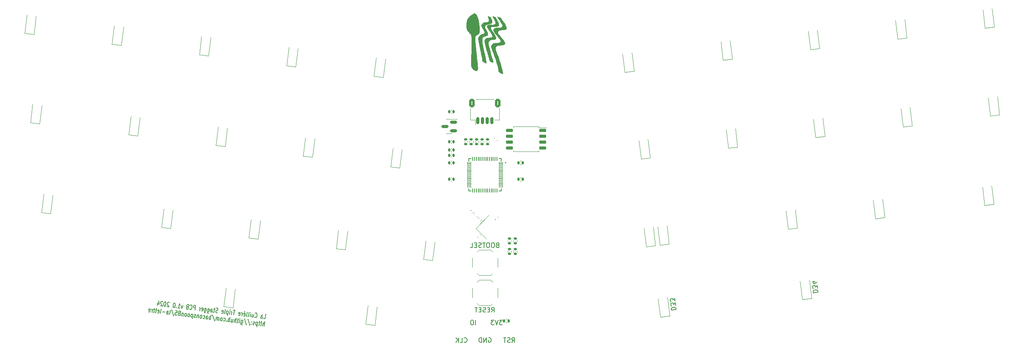
<source format=gbo>
%TF.GenerationSoftware,KiCad,Pcbnew,7.0.6*%
%TF.CreationDate,2024-02-12T15:48:59-05:00*%
%TF.ProjectId,lalettre2040-tripple-stagger-hotswap-pcb,6c616c65-7474-4726-9532-3034302d7472,rev?*%
%TF.SameCoordinates,PX1ea85bbPY7e0978f*%
%TF.FileFunction,Legend,Bot*%
%TF.FilePolarity,Positive*%
%FSLAX46Y46*%
G04 Gerber Fmt 4.6, Leading zero omitted, Abs format (unit mm)*
G04 Created by KiCad (PCBNEW 7.0.6) date 2024-02-12 15:48:59*
%MOMM*%
%LPD*%
G01*
G04 APERTURE LIST*
G04 Aperture macros list*
%AMRoundRect*
0 Rectangle with rounded corners*
0 $1 Rounding radius*
0 $2 $3 $4 $5 $6 $7 $8 $9 X,Y pos of 4 corners*
0 Add a 4 corners polygon primitive as box body*
4,1,4,$2,$3,$4,$5,$6,$7,$8,$9,$2,$3,0*
0 Add four circle primitives for the rounded corners*
1,1,$1+$1,$2,$3*
1,1,$1+$1,$4,$5*
1,1,$1+$1,$6,$7*
1,1,$1+$1,$8,$9*
0 Add four rect primitives between the rounded corners*
20,1,$1+$1,$2,$3,$4,$5,0*
20,1,$1+$1,$4,$5,$6,$7,0*
20,1,$1+$1,$6,$7,$8,$9,0*
20,1,$1+$1,$8,$9,$2,$3,0*%
%AMRotRect*
0 Rectangle, with rotation*
0 The origin of the aperture is its center*
0 $1 length*
0 $2 width*
0 $3 Rotation angle, in degrees counterclockwise*
0 Add horizontal line*
21,1,$1,$2,0,0,$3*%
G04 Aperture macros list end*
%ADD10C,0.150000*%
%ADD11C,0.120000*%
%ADD12C,0.200000*%
%ADD13C,0.127000*%
%ADD14C,1.750000*%
%ADD15C,3.000000*%
%ADD16C,3.987800*%
%ADD17RotRect,2.486250X2.202500X187.000000*%
%ADD18RotRect,2.550000X2.500000X187.000000*%
%ADD19RotRect,2.576750X2.222500X187.000000*%
%ADD20RotRect,2.550000X2.500000X7.000000*%
%ADD21O,1.700000X1.700000*%
%ADD22R,1.700000X1.700000*%
%ADD23RoundRect,0.135000X-0.185000X0.135000X-0.185000X-0.135000X0.185000X-0.135000X0.185000X0.135000X0*%
%ADD24RoundRect,0.225000X0.399625X-0.177622X0.344784X0.269024X-0.399625X0.177622X-0.344784X-0.269024X0*%
%ADD25RotRect,2.550000X2.500000X173.000000*%
%ADD26RotRect,2.550000X2.500000X353.000000*%
%ADD27RoundRect,0.140000X0.140000X0.170000X-0.140000X0.170000X-0.140000X-0.170000X0.140000X-0.170000X0*%
%ADD28RoundRect,0.140000X0.170000X-0.140000X0.170000X0.140000X-0.170000X0.140000X-0.170000X-0.140000X0*%
%ADD29R,1.700000X1.000000*%
%ADD30RoundRect,0.225000X0.344784X-0.269024X0.399625X0.177622X-0.344784X0.269024X-0.399625X-0.177622X0*%
%ADD31RoundRect,0.140000X0.219203X0.021213X0.021213X0.219203X-0.219203X-0.021213X-0.021213X-0.219203X0*%
%ADD32RoundRect,0.250000X-0.350000X-0.650000X0.350000X-0.650000X0.350000X0.650000X-0.350000X0.650000X0*%
%ADD33RoundRect,0.150000X-0.150000X-0.625000X0.150000X-0.625000X0.150000X0.625000X-0.150000X0.625000X0*%
%ADD34RotRect,2.486250X2.500000X7.000000*%
%ADD35RoundRect,0.150000X0.650000X0.150000X-0.650000X0.150000X-0.650000X-0.150000X0.650000X-0.150000X0*%
%ADD36RoundRect,0.135000X-0.135000X-0.185000X0.135000X-0.185000X0.135000X0.185000X-0.135000X0.185000X0*%
%ADD37C,3.048000*%
%ADD38RoundRect,0.140000X0.021213X-0.219203X0.219203X-0.021213X-0.021213X0.219203X-0.219203X0.021213X0*%
%ADD39RoundRect,0.140000X-0.219203X-0.021213X-0.021213X-0.219203X0.219203X0.021213X0.021213X0.219203X0*%
%ADD40RoundRect,0.140000X-0.140000X-0.170000X0.140000X-0.170000X0.140000X0.170000X-0.140000X0.170000X0*%
%ADD41RoundRect,0.135000X0.035355X-0.226274X0.226274X-0.035355X-0.035355X0.226274X-0.226274X0.035355X0*%
%ADD42RotRect,2.486250X2.500000X173.000000*%
%ADD43RotRect,1.400000X1.200000X45.000000*%
%ADD44RoundRect,0.140000X-0.021213X0.219203X-0.219203X0.021213X0.021213X-0.219203X0.219203X-0.021213X0*%
%ADD45RoundRect,0.150000X0.587500X0.150000X-0.587500X0.150000X-0.587500X-0.150000X0.587500X-0.150000X0*%
%ADD46R,3.100000X3.100000*%
%ADD47RoundRect,0.020000X0.080000X0.400000X-0.080000X0.400000X-0.080000X-0.400000X0.080000X-0.400000X0*%
%ADD48RoundRect,0.006000X0.414000X0.094000X-0.414000X0.094000X-0.414000X-0.094000X0.414000X-0.094000X0*%
%ADD49RoundRect,0.140000X-0.170000X0.140000X-0.170000X-0.140000X0.170000X-0.140000X0.170000X0.140000X0*%
G04 APERTURE END LIST*
D10*
X72210618Y5971604D02*
X72565099Y5928079D01*
X72565099Y5928079D02*
X72686968Y6920625D01*
X71643449Y6041243D02*
X71707285Y6561149D01*
X71707285Y6561149D02*
X71754340Y6651324D01*
X71754340Y6651324D02*
X71831039Y6689883D01*
X71831039Y6689883D02*
X71972831Y6672474D01*
X71972831Y6672474D02*
X72037924Y6616504D01*
X71649252Y6088508D02*
X71714345Y6032538D01*
X71714345Y6032538D02*
X71891585Y6010776D01*
X71891585Y6010776D02*
X71968285Y6049335D01*
X71968285Y6049335D02*
X72015339Y6139511D01*
X72015339Y6139511D02*
X72026946Y6234039D01*
X72026946Y6234039D02*
X72003104Y6332920D01*
X72003104Y6332920D02*
X71938012Y6388889D01*
X71938012Y6388889D02*
X71760771Y6410651D01*
X71760771Y6410651D02*
X71695678Y6466620D01*
X70308028Y6301166D02*
X70337673Y6249549D01*
X70337673Y6249549D02*
X70438214Y6189228D01*
X70438214Y6189228D02*
X70509110Y6180523D01*
X70509110Y6180523D02*
X70621258Y6214729D01*
X70621258Y6214729D02*
X70703760Y6300553D01*
X70703760Y6300553D02*
X70750815Y6390728D01*
X70750815Y6390728D02*
X70809476Y6575432D01*
X70809476Y6575432D02*
X70826886Y6717225D01*
X70826886Y6717225D02*
X70814651Y6910633D01*
X70814651Y6910633D02*
X70790810Y7009514D01*
X70790810Y7009514D02*
X70731520Y7112747D01*
X70731520Y7112747D02*
X70630980Y7173069D01*
X70630980Y7173069D02*
X70560083Y7181774D01*
X70560083Y7181774D02*
X70447936Y7147567D01*
X70447936Y7147567D02*
X70406684Y7104656D01*
X69739603Y6946680D02*
X69658356Y6284982D01*
X70058635Y6907507D02*
X69994799Y6387602D01*
X69994799Y6387602D02*
X69947744Y6297426D01*
X69947744Y6297426D02*
X69871045Y6258867D01*
X69871045Y6258867D02*
X69764701Y6271925D01*
X69764701Y6271925D02*
X69699608Y6327894D01*
X69699608Y6327894D02*
X69669963Y6379510D01*
X69303876Y6328507D02*
X69385122Y6990204D01*
X69425745Y7321053D02*
X69455390Y7269436D01*
X69455390Y7269436D02*
X69414139Y7226525D01*
X69414139Y7226525D02*
X69384494Y7278141D01*
X69384494Y7278141D02*
X69425745Y7321053D01*
X69425745Y7321053D02*
X69414139Y7226525D01*
X68843051Y6385089D02*
X68919750Y6423648D01*
X68919750Y6423648D02*
X68966805Y6513824D01*
X68966805Y6513824D02*
X69071264Y7364578D01*
X68453122Y6432966D02*
X68529822Y6471525D01*
X68529822Y6471525D02*
X68576876Y6561701D01*
X68576876Y6561701D02*
X68681336Y7412455D01*
X67891756Y6549870D02*
X67956849Y6493901D01*
X67956849Y6493901D02*
X68098642Y6476491D01*
X68098642Y6476491D02*
X68175341Y6515050D01*
X68175341Y6515050D02*
X68222396Y6605226D01*
X68222396Y6605226D02*
X68268822Y6983339D01*
X68268822Y6983339D02*
X68244981Y7082219D01*
X68244981Y7082219D02*
X68179888Y7138188D01*
X68179888Y7138188D02*
X68038095Y7155598D01*
X68038095Y7155598D02*
X67961396Y7117039D01*
X67961396Y7117039D02*
X67914341Y7026863D01*
X67914341Y7026863D02*
X67902735Y6932335D01*
X67902735Y6932335D02*
X68245609Y6794282D01*
X68226314Y7516301D02*
X68102560Y7387566D01*
X67531472Y6546131D02*
X67612719Y7207828D01*
X67589505Y7018772D02*
X67565664Y7117652D01*
X67565664Y7117652D02*
X67536019Y7169269D01*
X67536019Y7169269D02*
X67470926Y7225238D01*
X67470926Y7225238D02*
X67400030Y7233943D01*
X66792866Y6684797D02*
X66857959Y6628828D01*
X66857959Y6628828D02*
X66999751Y6611418D01*
X66999751Y6611418D02*
X67076450Y6649977D01*
X67076450Y6649977D02*
X67123505Y6740153D01*
X67123505Y6740153D02*
X67169932Y7118266D01*
X67169932Y7118266D02*
X67146090Y7217146D01*
X67146090Y7217146D02*
X67080997Y7273115D01*
X67080997Y7273115D02*
X66939205Y7290525D01*
X66939205Y7290525D02*
X66862505Y7251966D01*
X66862505Y7251966D02*
X66815451Y7161790D01*
X66815451Y7161790D02*
X66803844Y7067262D01*
X66803844Y7067262D02*
X67146718Y6929209D01*
X66093626Y7730186D02*
X65668249Y7782416D01*
X65759068Y6763755D02*
X65880937Y7756301D01*
X65298243Y6820337D02*
X65379489Y7482034D01*
X65356276Y7292978D02*
X65332434Y7391858D01*
X65332434Y7391858D02*
X65302789Y7443475D01*
X65302789Y7443475D02*
X65237697Y7499444D01*
X65237697Y7499444D02*
X65166800Y7508149D01*
X64837417Y6876919D02*
X64918664Y7538616D01*
X64959287Y7869465D02*
X64988931Y7817849D01*
X64988931Y7817849D02*
X64947680Y7774937D01*
X64947680Y7774937D02*
X64918035Y7826554D01*
X64918035Y7826554D02*
X64959287Y7869465D01*
X64959287Y7869465D02*
X64947680Y7774937D01*
X64564183Y7582141D02*
X64442313Y6589595D01*
X64558379Y7534877D02*
X64493286Y7590846D01*
X64493286Y7590846D02*
X64351494Y7608256D01*
X64351494Y7608256D02*
X64274795Y7569697D01*
X64274795Y7569697D02*
X64233543Y7526785D01*
X64233543Y7526785D02*
X64186489Y7436610D01*
X64186489Y7436610D02*
X64151669Y7153025D01*
X64151669Y7153025D02*
X64175510Y7054144D01*
X64175510Y7054144D02*
X64205155Y7002528D01*
X64205155Y7002528D02*
X64270248Y6946559D01*
X64270248Y6946559D02*
X64412040Y6929149D01*
X64412040Y6929149D02*
X64488740Y6967708D01*
X63703079Y7016198D02*
X63779779Y7054757D01*
X63779779Y7054757D02*
X63826833Y7144933D01*
X63826833Y7144933D02*
X63931293Y7995687D01*
X63141713Y7133102D02*
X63206806Y7077133D01*
X63206806Y7077133D02*
X63348598Y7059723D01*
X63348598Y7059723D02*
X63425298Y7098282D01*
X63425298Y7098282D02*
X63472353Y7188458D01*
X63472353Y7188458D02*
X63518779Y7566571D01*
X63518779Y7566571D02*
X63494938Y7665451D01*
X63494938Y7665451D02*
X63429845Y7721420D01*
X63429845Y7721420D02*
X63288052Y7738830D01*
X63288052Y7738830D02*
X63211353Y7700271D01*
X63211353Y7700271D02*
X63164298Y7610095D01*
X63164298Y7610095D02*
X63152692Y7515567D01*
X63152692Y7515567D02*
X63495566Y7377514D01*
X62255511Y7241914D02*
X62143364Y7207707D01*
X62143364Y7207707D02*
X61966123Y7229470D01*
X61966123Y7229470D02*
X61901030Y7285439D01*
X61901030Y7285439D02*
X61871386Y7337055D01*
X61871386Y7337055D02*
X61847544Y7435936D01*
X61847544Y7435936D02*
X61859151Y7530464D01*
X61859151Y7530464D02*
X61906205Y7620640D01*
X61906205Y7620640D02*
X61947457Y7663551D01*
X61947457Y7663551D02*
X62024156Y7702111D01*
X62024156Y7702111D02*
X62171752Y7731965D01*
X62171752Y7731965D02*
X62248451Y7770524D01*
X62248451Y7770524D02*
X62289703Y7813436D01*
X62289703Y7813436D02*
X62336757Y7903611D01*
X62336757Y7903611D02*
X62348364Y7998140D01*
X62348364Y7998140D02*
X62324522Y8097020D01*
X62324522Y8097020D02*
X62294878Y8148637D01*
X62294878Y8148637D02*
X62229785Y8204606D01*
X62229785Y8204606D02*
X62052544Y8226368D01*
X62052544Y8226368D02*
X61940397Y8192162D01*
X61692888Y7934692D02*
X61409304Y7969512D01*
X61627167Y8278598D02*
X61522708Y7427844D01*
X61522708Y7427844D02*
X61475653Y7337668D01*
X61475653Y7337668D02*
X61398954Y7299109D01*
X61398954Y7299109D02*
X61328058Y7307814D01*
X60760889Y7377454D02*
X60824725Y7897359D01*
X60824725Y7897359D02*
X60871780Y7987535D01*
X60871780Y7987535D02*
X60948479Y8026094D01*
X60948479Y8026094D02*
X61090272Y8008684D01*
X61090272Y8008684D02*
X61155364Y7952715D01*
X60766692Y7424718D02*
X60831785Y7368749D01*
X60831785Y7368749D02*
X61009025Y7346986D01*
X61009025Y7346986D02*
X61085725Y7385546D01*
X61085725Y7385546D02*
X61132779Y7475721D01*
X61132779Y7475721D02*
X61144386Y7570250D01*
X61144386Y7570250D02*
X61120545Y7669130D01*
X61120545Y7669130D02*
X61055452Y7725099D01*
X61055452Y7725099D02*
X60878211Y7746862D01*
X60878211Y7746862D02*
X60813118Y7802831D01*
X60168622Y8121848D02*
X60069966Y7318358D01*
X60069966Y7318358D02*
X60093807Y7219478D01*
X60093807Y7219478D02*
X60123452Y7167861D01*
X60123452Y7167861D02*
X60188545Y7111892D01*
X60188545Y7111892D02*
X60294889Y7098835D01*
X60294889Y7098835D02*
X60371589Y7137394D01*
X60093179Y7507415D02*
X60158272Y7451446D01*
X60158272Y7451446D02*
X60300064Y7434036D01*
X60300064Y7434036D02*
X60376764Y7472595D01*
X60376764Y7472595D02*
X60418015Y7515507D01*
X60418015Y7515507D02*
X60465070Y7605682D01*
X60465070Y7605682D02*
X60499889Y7889267D01*
X60499889Y7889267D02*
X60476048Y7988148D01*
X60476048Y7988148D02*
X60446403Y8039764D01*
X60446403Y8039764D02*
X60381310Y8095733D01*
X60381310Y8095733D02*
X60239518Y8113143D01*
X60239518Y8113143D02*
X60162819Y8074584D01*
X59495109Y8204545D02*
X59396453Y7401055D01*
X59396453Y7401055D02*
X59420294Y7302175D01*
X59420294Y7302175D02*
X59449939Y7250558D01*
X59449939Y7250558D02*
X59515032Y7194589D01*
X59515032Y7194589D02*
X59621376Y7181532D01*
X59621376Y7181532D02*
X59698076Y7220091D01*
X59419666Y7590112D02*
X59484759Y7534143D01*
X59484759Y7534143D02*
X59626551Y7516733D01*
X59626551Y7516733D02*
X59703251Y7555292D01*
X59703251Y7555292D02*
X59744502Y7598204D01*
X59744502Y7598204D02*
X59791557Y7688379D01*
X59791557Y7688379D02*
X59826376Y7971964D01*
X59826376Y7971964D02*
X59802535Y8070845D01*
X59802535Y8070845D02*
X59772890Y8122461D01*
X59772890Y8122461D02*
X59707797Y8178430D01*
X59707797Y8178430D02*
X59566005Y8195840D01*
X59566005Y8195840D02*
X59489306Y8157281D01*
X58781601Y7668456D02*
X58846694Y7612487D01*
X58846694Y7612487D02*
X58988486Y7595077D01*
X58988486Y7595077D02*
X59065186Y7633637D01*
X59065186Y7633637D02*
X59112240Y7723812D01*
X59112240Y7723812D02*
X59158667Y8101925D01*
X59158667Y8101925D02*
X59134825Y8200806D01*
X59134825Y8200806D02*
X59069732Y8256775D01*
X59069732Y8256775D02*
X58927940Y8274185D01*
X58927940Y8274185D02*
X58851241Y8235626D01*
X58851241Y8235626D02*
X58804186Y8145450D01*
X58804186Y8145450D02*
X58792579Y8050922D01*
X58792579Y8050922D02*
X59135454Y7912869D01*
X58421317Y7664717D02*
X58502563Y8326414D01*
X58479350Y8137358D02*
X58455509Y8236239D01*
X58455509Y8236239D02*
X58425864Y8287855D01*
X58425864Y8287855D02*
X58360771Y8343824D01*
X58360771Y8343824D02*
X58289875Y8352529D01*
X57393322Y7790939D02*
X57515191Y8783485D01*
X57515191Y8783485D02*
X57231607Y8818305D01*
X57231607Y8818305D02*
X57154907Y8779746D01*
X57154907Y8779746D02*
X57113656Y8736834D01*
X57113656Y8736834D02*
X57066601Y8646658D01*
X57066601Y8646658D02*
X57049191Y8504866D01*
X57049191Y8504866D02*
X57073033Y8405985D01*
X57073033Y8405985D02*
X57102678Y8354369D01*
X57102678Y8354369D02*
X57167771Y8298400D01*
X57167771Y8298400D02*
X57451355Y8263580D01*
X56235142Y8029099D02*
X56264787Y7977482D01*
X56264787Y7977482D02*
X56365328Y7917161D01*
X56365328Y7917161D02*
X56436224Y7908456D01*
X56436224Y7908456D02*
X56548372Y7942663D01*
X56548372Y7942663D02*
X56630874Y8028486D01*
X56630874Y8028486D02*
X56677929Y8118661D01*
X56677929Y8118661D02*
X56736590Y8303365D01*
X56736590Y8303365D02*
X56754000Y8445158D01*
X56754000Y8445158D02*
X56741765Y8638567D01*
X56741765Y8638567D02*
X56717924Y8737447D01*
X56717924Y8737447D02*
X56658634Y8840680D01*
X56658634Y8840680D02*
X56558093Y8901002D01*
X56558093Y8901002D02*
X56487197Y8909707D01*
X56487197Y8909707D02*
X56375050Y8875500D01*
X56375050Y8875500D02*
X56333798Y8832589D01*
X55720203Y8524115D02*
X55608055Y8489909D01*
X55608055Y8489909D02*
X55566804Y8446997D01*
X55566804Y8446997D02*
X55519749Y8356821D01*
X55519749Y8356821D02*
X55502339Y8215029D01*
X55502339Y8215029D02*
X55526181Y8116148D01*
X55526181Y8116148D02*
X55555825Y8064532D01*
X55555825Y8064532D02*
X55620918Y8008563D01*
X55620918Y8008563D02*
X55904503Y7973743D01*
X55904503Y7973743D02*
X56026372Y8966289D01*
X56026372Y8966289D02*
X55778236Y8996756D01*
X55778236Y8996756D02*
X55701536Y8958197D01*
X55701536Y8958197D02*
X55660285Y8915286D01*
X55660285Y8915286D02*
X55613230Y8825110D01*
X55613230Y8825110D02*
X55601624Y8730582D01*
X55601624Y8730582D02*
X55625465Y8631701D01*
X55625465Y8631701D02*
X55655110Y8580085D01*
X55655110Y8580085D02*
X55720203Y8524115D01*
X55720203Y8524115D02*
X55968339Y8493648D01*
X54745066Y8787777D02*
X54486579Y8147842D01*
X54486579Y8147842D02*
X54390585Y8831302D01*
X53635825Y8252302D02*
X54061202Y8200072D01*
X53848514Y8226187D02*
X53970383Y9218733D01*
X53970383Y9218733D02*
X54023869Y9068236D01*
X54023869Y9068236D02*
X54083159Y8965002D01*
X54083159Y8965002D02*
X54148252Y8909033D01*
X53328399Y8386002D02*
X53287147Y8343090D01*
X53287147Y8343090D02*
X53316792Y8291474D01*
X53316792Y8291474D02*
X53358044Y8334386D01*
X53358044Y8334386D02*
X53328399Y8386002D01*
X53328399Y8386002D02*
X53316792Y8291474D01*
X52942388Y9344955D02*
X52871492Y9353660D01*
X52871492Y9353660D02*
X52794793Y9315101D01*
X52794793Y9315101D02*
X52753541Y9272189D01*
X52753541Y9272189D02*
X52706487Y9182013D01*
X52706487Y9182013D02*
X52647825Y8997309D01*
X52647825Y8997309D02*
X52618809Y8760989D01*
X52618809Y8760989D02*
X52631044Y8567580D01*
X52631044Y8567580D02*
X52654885Y8468699D01*
X52654885Y8468699D02*
X52684530Y8417083D01*
X52684530Y8417083D02*
X52749623Y8361114D01*
X52749623Y8361114D02*
X52820519Y8352409D01*
X52820519Y8352409D02*
X52897218Y8390968D01*
X52897218Y8390968D02*
X52938470Y8433879D01*
X52938470Y8433879D02*
X52985524Y8524055D01*
X52985524Y8524055D02*
X53044186Y8708759D01*
X53044186Y8708759D02*
X53073202Y8945080D01*
X53073202Y8945080D02*
X53060967Y9138488D01*
X53060967Y9138488D02*
X53037126Y9237369D01*
X53037126Y9237369D02*
X53007481Y9288986D01*
X53007481Y9288986D02*
X52942388Y9344955D01*
X51831891Y9385353D02*
X51802246Y9436970D01*
X51802246Y9436970D02*
X51737153Y9492939D01*
X51737153Y9492939D02*
X51559913Y9514701D01*
X51559913Y9514701D02*
X51483213Y9476142D01*
X51483213Y9476142D02*
X51441962Y9433231D01*
X51441962Y9433231D02*
X51394907Y9343055D01*
X51394907Y9343055D02*
X51383300Y9248527D01*
X51383300Y9248527D02*
X51401339Y9102382D01*
X51401339Y9102382D02*
X51757076Y8482983D01*
X51757076Y8482983D02*
X51296251Y8539565D01*
X50957295Y9588694D02*
X50886399Y9597399D01*
X50886399Y9597399D02*
X50809699Y9558839D01*
X50809699Y9558839D02*
X50768448Y9515928D01*
X50768448Y9515928D02*
X50721393Y9425752D01*
X50721393Y9425752D02*
X50662732Y9241048D01*
X50662732Y9241048D02*
X50633716Y9004728D01*
X50633716Y9004728D02*
X50645950Y8811319D01*
X50645950Y8811319D02*
X50669792Y8712438D01*
X50669792Y8712438D02*
X50699437Y8660821D01*
X50699437Y8660821D02*
X50764530Y8604852D01*
X50764530Y8604852D02*
X50835426Y8596147D01*
X50835426Y8596147D02*
X50912125Y8634707D01*
X50912125Y8634707D02*
X50953377Y8677618D01*
X50953377Y8677618D02*
X51000431Y8767794D01*
X51000431Y8767794D02*
X51059092Y8952498D01*
X51059092Y8952498D02*
X51088109Y9188818D01*
X51088109Y9188818D02*
X51075874Y9382227D01*
X51075874Y9382227D02*
X51052033Y9481108D01*
X51052033Y9481108D02*
X51022388Y9532725D01*
X51022388Y9532725D02*
X50957295Y9588694D01*
X50413967Y9559453D02*
X50384322Y9611069D01*
X50384322Y9611069D02*
X50319229Y9667038D01*
X50319229Y9667038D02*
X50141989Y9688801D01*
X50141989Y9688801D02*
X50065290Y9650241D01*
X50065290Y9650241D02*
X50024038Y9607330D01*
X50024038Y9607330D02*
X49976983Y9517154D01*
X49976983Y9517154D02*
X49965377Y9422626D01*
X49965377Y9422626D02*
X49983415Y9276481D01*
X49983415Y9276481D02*
X50339152Y8657082D01*
X50339152Y8657082D02*
X49878327Y8713664D01*
X49321508Y9453706D02*
X49240262Y8792009D01*
X49545175Y9810057D02*
X49635366Y9079333D01*
X49635366Y9079333D02*
X49174541Y9135915D01*
X72368889Y4330080D02*
X72490758Y5322626D01*
X72049856Y4369252D02*
X72113692Y4889157D01*
X72113692Y4889157D02*
X72160747Y4979333D01*
X72160747Y4979333D02*
X72237447Y5017892D01*
X72237447Y5017892D02*
X72343791Y5004835D01*
X72343791Y5004835D02*
X72408884Y4948866D01*
X72408884Y4948866D02*
X72438528Y4897249D01*
X71882966Y5061417D02*
X71599382Y5096237D01*
X71817245Y5405323D02*
X71712786Y4554569D01*
X71712786Y4554569D02*
X71665731Y4464394D01*
X71665731Y4464394D02*
X71589031Y4425834D01*
X71589031Y4425834D02*
X71518135Y4434539D01*
X71457590Y5113647D02*
X71174005Y5148467D01*
X71391869Y5457553D02*
X71287409Y4606799D01*
X71287409Y4606799D02*
X71240354Y4516623D01*
X71240354Y4516623D02*
X71163655Y4478064D01*
X71163655Y4478064D02*
X71092759Y4486769D01*
X70925869Y5178934D02*
X70804000Y4186388D01*
X70920066Y5131670D02*
X70854973Y5187639D01*
X70854973Y5187639D02*
X70713180Y5205049D01*
X70713180Y5205049D02*
X70636481Y5166490D01*
X70636481Y5166490D02*
X70595230Y5123578D01*
X70595230Y5123578D02*
X70548175Y5033402D01*
X70548175Y5033402D02*
X70513355Y4749818D01*
X70513355Y4749818D02*
X70537197Y4650937D01*
X70537197Y4650937D02*
X70566841Y4599320D01*
X70566841Y4599320D02*
X70631934Y4543351D01*
X70631934Y4543351D02*
X70773727Y4525941D01*
X70773727Y4525941D02*
X70850426Y4564500D01*
X70212361Y4642845D02*
X70135662Y4604286D01*
X70135662Y4604286D02*
X69993869Y4621696D01*
X69993869Y4621696D02*
X69928776Y4677665D01*
X69928776Y4677665D02*
X69904935Y4776545D01*
X69904935Y4776545D02*
X69910738Y4823810D01*
X69910738Y4823810D02*
X69957793Y4913985D01*
X69957793Y4913985D02*
X70034492Y4952544D01*
X70034492Y4952544D02*
X70140837Y4939487D01*
X70140837Y4939487D02*
X70217536Y4978046D01*
X70217536Y4978046D02*
X70264591Y5068222D01*
X70264591Y5068222D02*
X70270394Y5115486D01*
X70270394Y5115486D02*
X70246553Y5214367D01*
X70246553Y5214367D02*
X70181460Y5270336D01*
X70181460Y5270336D02*
X70075116Y5283393D01*
X70075116Y5283393D02*
X69998416Y5244834D01*
X69580099Y4768454D02*
X69538847Y4725542D01*
X69538847Y4725542D02*
X69568492Y4673925D01*
X69568492Y4673925D02*
X69609744Y4716837D01*
X69609744Y4716837D02*
X69580099Y4768454D01*
X69580099Y4768454D02*
X69568492Y4673925D01*
X69643935Y5288359D02*
X69602684Y5245447D01*
X69602684Y5245447D02*
X69632329Y5193831D01*
X69632329Y5193831D02*
X69673580Y5236742D01*
X69673580Y5236742D02*
X69643935Y5288359D01*
X69643935Y5288359D02*
X69632329Y5193831D01*
X68809963Y5822548D02*
X69291339Y4468072D01*
X68030105Y5918302D02*
X68511482Y4563827D01*
X67416510Y5609829D02*
X67317854Y4806339D01*
X67317854Y4806339D02*
X67341695Y4707458D01*
X67341695Y4707458D02*
X67371340Y4655842D01*
X67371340Y4655842D02*
X67436433Y4599873D01*
X67436433Y4599873D02*
X67542777Y4586815D01*
X67542777Y4586815D02*
X67619477Y4625375D01*
X67341067Y4995396D02*
X67406160Y4939427D01*
X67406160Y4939427D02*
X67547952Y4922017D01*
X67547952Y4922017D02*
X67624652Y4960576D01*
X67624652Y4960576D02*
X67665903Y5003487D01*
X67665903Y5003487D02*
X67712958Y5093663D01*
X67712958Y5093663D02*
X67747778Y5377248D01*
X67747778Y5377248D02*
X67723936Y5476128D01*
X67723936Y5476128D02*
X67694291Y5527745D01*
X67694291Y5527745D02*
X67629199Y5583714D01*
X67629199Y5583714D02*
X67487406Y5601124D01*
X67487406Y5601124D02*
X67410707Y5562565D01*
X66980783Y4991656D02*
X67062030Y5653354D01*
X67102653Y5984202D02*
X67132298Y5932586D01*
X67132298Y5932586D02*
X67091046Y5889674D01*
X67091046Y5889674D02*
X67061401Y5941291D01*
X67061401Y5941291D02*
X67102653Y5984202D01*
X67102653Y5984202D02*
X67091046Y5889674D01*
X66813893Y5683821D02*
X66530308Y5718641D01*
X66748172Y6027727D02*
X66643712Y5176973D01*
X66643712Y5176973D02*
X66596658Y5086798D01*
X66596658Y5086798D02*
X66519958Y5048238D01*
X66519958Y5048238D02*
X66449062Y5056943D01*
X66200926Y5087411D02*
X66322795Y6079957D01*
X65881893Y5126583D02*
X65945730Y5646488D01*
X65945730Y5646488D02*
X65992784Y5736664D01*
X65992784Y5736664D02*
X66069484Y5775223D01*
X66069484Y5775223D02*
X66175828Y5762165D01*
X66175828Y5762165D02*
X66240921Y5706196D01*
X66240921Y5706196D02*
X66270566Y5654580D01*
X65289627Y5870977D02*
X65208380Y5209280D01*
X65608659Y5831805D02*
X65544823Y5311900D01*
X65544823Y5311900D02*
X65497768Y5221724D01*
X65497768Y5221724D02*
X65421069Y5183165D01*
X65421069Y5183165D02*
X65314725Y5196222D01*
X65314725Y5196222D02*
X65249632Y5252192D01*
X65249632Y5252192D02*
X65219987Y5303808D01*
X64853900Y5252805D02*
X64975769Y6245351D01*
X64929343Y5867238D02*
X64864250Y5923207D01*
X64864250Y5923207D02*
X64722458Y5940617D01*
X64722458Y5940617D02*
X64645758Y5902058D01*
X64645758Y5902058D02*
X64604507Y5859146D01*
X64604507Y5859146D02*
X64557452Y5768970D01*
X64557452Y5768970D02*
X64522632Y5485386D01*
X64522632Y5485386D02*
X64546474Y5386505D01*
X64546474Y5386505D02*
X64576119Y5334889D01*
X64576119Y5334889D02*
X64641212Y5278919D01*
X64641212Y5278919D02*
X64783004Y5261510D01*
X64783004Y5261510D02*
X64859703Y5300069D01*
X64191994Y5430030D02*
X64150742Y5387118D01*
X64150742Y5387118D02*
X64180387Y5335502D01*
X64180387Y5335502D02*
X64221638Y5378413D01*
X64221638Y5378413D02*
X64191994Y5430030D01*
X64191994Y5430030D02*
X64180387Y5335502D01*
X63512677Y5465463D02*
X63577770Y5409494D01*
X63577770Y5409494D02*
X63719562Y5392084D01*
X63719562Y5392084D02*
X63796261Y5430643D01*
X63796261Y5430643D02*
X63837513Y5473555D01*
X63837513Y5473555D02*
X63884567Y5563730D01*
X63884567Y5563730D02*
X63919387Y5847315D01*
X63919387Y5847315D02*
X63895546Y5946196D01*
X63895546Y5946196D02*
X63865901Y5997812D01*
X63865901Y5997812D02*
X63800808Y6053781D01*
X63800808Y6053781D02*
X63659016Y6071191D01*
X63659016Y6071191D02*
X63582316Y6032632D01*
X63081497Y5470428D02*
X63158196Y5508988D01*
X63158196Y5508988D02*
X63199447Y5551899D01*
X63199447Y5551899D02*
X63246502Y5642075D01*
X63246502Y5642075D02*
X63281322Y5925660D01*
X63281322Y5925660D02*
X63257480Y6024540D01*
X63257480Y6024540D02*
X63227836Y6076157D01*
X63227836Y6076157D02*
X63162743Y6132126D01*
X63162743Y6132126D02*
X63056399Y6145183D01*
X63056399Y6145183D02*
X62979699Y6106624D01*
X62979699Y6106624D02*
X62938448Y6063712D01*
X62938448Y6063712D02*
X62891393Y5973537D01*
X62891393Y5973537D02*
X62856573Y5689952D01*
X62856573Y5689952D02*
X62880415Y5591071D01*
X62880415Y5591071D02*
X62910060Y5539455D01*
X62910060Y5539455D02*
X62975152Y5483486D01*
X62975152Y5483486D02*
X63081497Y5470428D01*
X62514328Y5540068D02*
X62595574Y6201765D01*
X62583967Y6107237D02*
X62554323Y6158854D01*
X62554323Y6158854D02*
X62489230Y6214823D01*
X62489230Y6214823D02*
X62382886Y6227880D01*
X62382886Y6227880D02*
X62306186Y6189321D01*
X62306186Y6189321D02*
X62259131Y6099145D01*
X62259131Y6099145D02*
X62195295Y5579240D01*
X62259131Y6099145D02*
X62235290Y6198026D01*
X62235290Y6198026D02*
X62170197Y6253995D01*
X62170197Y6253995D02*
X62063853Y6267053D01*
X62063853Y6267053D02*
X61987153Y6228493D01*
X61987153Y6228493D02*
X61940099Y6138318D01*
X61940099Y6138318D02*
X61876262Y5618413D01*
X61117733Y6767035D02*
X61599109Y5412559D01*
X60741924Y5757692D02*
X60863794Y6750238D01*
X60817367Y6372125D02*
X60752274Y6428094D01*
X60752274Y6428094D02*
X60610482Y6445504D01*
X60610482Y6445504D02*
X60533783Y6406945D01*
X60533783Y6406945D02*
X60492531Y6364033D01*
X60492531Y6364033D02*
X60445476Y6273858D01*
X60445476Y6273858D02*
X60410657Y5990273D01*
X60410657Y5990273D02*
X60434498Y5891392D01*
X60434498Y5891392D02*
X60464143Y5839776D01*
X60464143Y5839776D02*
X60529236Y5783807D01*
X60529236Y5783807D02*
X60671028Y5766397D01*
X60671028Y5766397D02*
X60747728Y5804956D01*
X59749379Y5879561D02*
X59813215Y6399466D01*
X59813215Y6399466D02*
X59860270Y6489642D01*
X59860270Y6489642D02*
X59936969Y6528201D01*
X59936969Y6528201D02*
X60078761Y6510791D01*
X60078761Y6510791D02*
X60143854Y6454822D01*
X59755182Y5926825D02*
X59820275Y5870856D01*
X59820275Y5870856D02*
X59997515Y5849094D01*
X59997515Y5849094D02*
X60074215Y5887653D01*
X60074215Y5887653D02*
X60121269Y5977829D01*
X60121269Y5977829D02*
X60132876Y6072357D01*
X60132876Y6072357D02*
X60109034Y6171237D01*
X60109034Y6171237D02*
X60043941Y6227207D01*
X60043941Y6227207D02*
X59866701Y6248969D01*
X59866701Y6248969D02*
X59801608Y6304938D01*
X59081669Y6009522D02*
X59146762Y5953553D01*
X59146762Y5953553D02*
X59288554Y5936143D01*
X59288554Y5936143D02*
X59365253Y5974702D01*
X59365253Y5974702D02*
X59406505Y6017614D01*
X59406505Y6017614D02*
X59453559Y6107790D01*
X59453559Y6107790D02*
X59488379Y6391374D01*
X59488379Y6391374D02*
X59464538Y6490255D01*
X59464538Y6490255D02*
X59434893Y6541872D01*
X59434893Y6541872D02*
X59369800Y6597841D01*
X59369800Y6597841D02*
X59228008Y6615251D01*
X59228008Y6615251D02*
X59151308Y6576691D01*
X58650489Y6014488D02*
X58727188Y6053047D01*
X58727188Y6053047D02*
X58768440Y6095959D01*
X58768440Y6095959D02*
X58815494Y6186134D01*
X58815494Y6186134D02*
X58850314Y6469719D01*
X58850314Y6469719D02*
X58826473Y6568600D01*
X58826473Y6568600D02*
X58796828Y6620216D01*
X58796828Y6620216D02*
X58731735Y6676185D01*
X58731735Y6676185D02*
X58625391Y6689243D01*
X58625391Y6689243D02*
X58548691Y6650683D01*
X58548691Y6650683D02*
X58507440Y6607772D01*
X58507440Y6607772D02*
X58460385Y6517596D01*
X58460385Y6517596D02*
X58425565Y6234012D01*
X58425565Y6234012D02*
X58449407Y6135131D01*
X58449407Y6135131D02*
X58479052Y6083514D01*
X58479052Y6083514D02*
X58544144Y6027545D01*
X58544144Y6027545D02*
X58650489Y6014488D01*
X58164566Y6745825D02*
X58083320Y6084127D01*
X58152960Y6651297D02*
X58123315Y6702913D01*
X58123315Y6702913D02*
X58058222Y6758882D01*
X58058222Y6758882D02*
X57951878Y6771940D01*
X57951878Y6771940D02*
X57875178Y6733380D01*
X57875178Y6733380D02*
X57828124Y6643205D01*
X57828124Y6643205D02*
X57764287Y6123300D01*
X57451058Y6209736D02*
X57374359Y6171177D01*
X57374359Y6171177D02*
X57232566Y6188587D01*
X57232566Y6188587D02*
X57167474Y6244556D01*
X57167474Y6244556D02*
X57143632Y6343436D01*
X57143632Y6343436D02*
X57149435Y6390701D01*
X57149435Y6390701D02*
X57196490Y6480876D01*
X57196490Y6480876D02*
X57273190Y6519435D01*
X57273190Y6519435D02*
X57379534Y6506378D01*
X57379534Y6506378D02*
X57456233Y6544937D01*
X57456233Y6544937D02*
X57503288Y6635113D01*
X57503288Y6635113D02*
X57509091Y6682377D01*
X57509091Y6682377D02*
X57485250Y6781258D01*
X57485250Y6781258D02*
X57420157Y6837227D01*
X57420157Y6837227D02*
X57313813Y6850284D01*
X57313813Y6850284D02*
X57237113Y6811725D01*
X56888436Y6902514D02*
X56766566Y5909968D01*
X56882632Y6855250D02*
X56817539Y6911219D01*
X56817539Y6911219D02*
X56675747Y6928629D01*
X56675747Y6928629D02*
X56599048Y6890070D01*
X56599048Y6890070D02*
X56557796Y6847158D01*
X56557796Y6847158D02*
X56510742Y6756982D01*
X56510742Y6756982D02*
X56475922Y6473398D01*
X56475922Y6473398D02*
X56499763Y6374517D01*
X56499763Y6374517D02*
X56529408Y6322900D01*
X56529408Y6322900D02*
X56594501Y6266931D01*
X56594501Y6266931D02*
X56736293Y6249521D01*
X56736293Y6249521D02*
X56812993Y6288081D01*
X56027332Y6336571D02*
X56104032Y6375130D01*
X56104032Y6375130D02*
X56145283Y6418042D01*
X56145283Y6418042D02*
X56192338Y6508217D01*
X56192338Y6508217D02*
X56227157Y6791802D01*
X56227157Y6791802D02*
X56203316Y6890683D01*
X56203316Y6890683D02*
X56173671Y6942299D01*
X56173671Y6942299D02*
X56108578Y6998268D01*
X56108578Y6998268D02*
X56002234Y7011326D01*
X56002234Y7011326D02*
X55925535Y6972767D01*
X55925535Y6972767D02*
X55884283Y6929855D01*
X55884283Y6929855D02*
X55837229Y6839679D01*
X55837229Y6839679D02*
X55802409Y6556095D01*
X55802409Y6556095D02*
X55826250Y6457214D01*
X55826250Y6457214D02*
X55855895Y6405597D01*
X55855895Y6405597D02*
X55920988Y6349628D01*
X55920988Y6349628D02*
X56027332Y6336571D01*
X55353819Y6419268D02*
X55430519Y6457827D01*
X55430519Y6457827D02*
X55471770Y6500739D01*
X55471770Y6500739D02*
X55518825Y6590914D01*
X55518825Y6590914D02*
X55553644Y6874499D01*
X55553644Y6874499D02*
X55529803Y6973380D01*
X55529803Y6973380D02*
X55500158Y7024996D01*
X55500158Y7024996D02*
X55435065Y7080965D01*
X55435065Y7080965D02*
X55328721Y7094023D01*
X55328721Y7094023D02*
X55252022Y7055464D01*
X55252022Y7055464D02*
X55210770Y7012552D01*
X55210770Y7012552D02*
X55163716Y6922376D01*
X55163716Y6922376D02*
X55128896Y6638792D01*
X55128896Y6638792D02*
X55152737Y6539911D01*
X55152737Y6539911D02*
X55182382Y6488294D01*
X55182382Y6488294D02*
X55247475Y6432325D01*
X55247475Y6432325D02*
X55353819Y6419268D01*
X54867897Y7150605D02*
X54786650Y6488907D01*
X54856290Y7056077D02*
X54826645Y7107693D01*
X54826645Y7107693D02*
X54761552Y7163662D01*
X54761552Y7163662D02*
X54655208Y7176720D01*
X54655208Y7176720D02*
X54578509Y7138161D01*
X54578509Y7138161D02*
X54531454Y7047985D01*
X54531454Y7047985D02*
X54467618Y6528080D01*
X54076433Y7151831D02*
X54153132Y7190390D01*
X54153132Y7190390D02*
X54194383Y7233302D01*
X54194383Y7233302D02*
X54241438Y7323478D01*
X54241438Y7323478D02*
X54247241Y7370742D01*
X54247241Y7370742D02*
X54223400Y7469622D01*
X54223400Y7469622D02*
X54193755Y7521239D01*
X54193755Y7521239D02*
X54128662Y7577208D01*
X54128662Y7577208D02*
X53986870Y7594618D01*
X53986870Y7594618D02*
X53910171Y7556059D01*
X53910171Y7556059D02*
X53868919Y7513147D01*
X53868919Y7513147D02*
X53821865Y7422971D01*
X53821865Y7422971D02*
X53816061Y7375707D01*
X53816061Y7375707D02*
X53839903Y7276827D01*
X53839903Y7276827D02*
X53869548Y7225210D01*
X53869548Y7225210D02*
X53934640Y7169241D01*
X53934640Y7169241D02*
X54076433Y7151831D01*
X54076433Y7151831D02*
X54141526Y7095862D01*
X54141526Y7095862D02*
X54171170Y7044245D01*
X54171170Y7044245D02*
X54195012Y6945365D01*
X54195012Y6945365D02*
X54171799Y6756308D01*
X54171799Y6756308D02*
X54124744Y6666133D01*
X54124744Y6666133D02*
X54083492Y6623221D01*
X54083492Y6623221D02*
X54006793Y6584662D01*
X54006793Y6584662D02*
X53865001Y6602072D01*
X53865001Y6602072D02*
X53799908Y6658041D01*
X53799908Y6658041D02*
X53770263Y6709657D01*
X53770263Y6709657D02*
X53746422Y6808538D01*
X53746422Y6808538D02*
X53769635Y6997595D01*
X53769635Y6997595D02*
X53816690Y7087770D01*
X53816690Y7087770D02*
X53857941Y7130682D01*
X53857941Y7130682D02*
X53934640Y7169241D01*
X53171564Y7694725D02*
X53526045Y7651200D01*
X53526045Y7651200D02*
X53503460Y7174207D01*
X53503460Y7174207D02*
X53473815Y7225823D01*
X53473815Y7225823D02*
X53408722Y7281792D01*
X53408722Y7281792D02*
X53231482Y7303555D01*
X53231482Y7303555D02*
X53154782Y7264996D01*
X53154782Y7264996D02*
X53113531Y7222084D01*
X53113531Y7222084D02*
X53066476Y7131908D01*
X53066476Y7131908D02*
X53037460Y6895588D01*
X53037460Y6895588D02*
X53061301Y6796707D01*
X53061301Y6796707D02*
X53090946Y6745090D01*
X53090946Y6745090D02*
X53156039Y6689121D01*
X53156039Y6689121D02*
X53333279Y6667359D01*
X53333279Y6667359D02*
X53409979Y6705918D01*
X53409979Y6705918D02*
X53451230Y6748830D01*
X52291165Y7850801D02*
X52772541Y6496326D01*
X51809012Y6854515D02*
X51885711Y6893075D01*
X51885711Y6893075D02*
X51932766Y6983250D01*
X51932766Y6983250D02*
X52037226Y7834004D01*
X51206395Y6928508D02*
X51270231Y7448413D01*
X51270231Y7448413D02*
X51317286Y7538588D01*
X51317286Y7538588D02*
X51393985Y7577148D01*
X51393985Y7577148D02*
X51535778Y7559738D01*
X51535778Y7559738D02*
X51600870Y7503769D01*
X51212198Y6975772D02*
X51277291Y6919803D01*
X51277291Y6919803D02*
X51454531Y6898040D01*
X51454531Y6898040D02*
X51531231Y6936599D01*
X51531231Y6936599D02*
X51578285Y7026775D01*
X51578285Y7026775D02*
X51589892Y7121303D01*
X51589892Y7121303D02*
X51566051Y7220184D01*
X51566051Y7220184D02*
X51500958Y7276153D01*
X51500958Y7276153D02*
X51323717Y7297915D01*
X51323717Y7297915D02*
X51258625Y7353884D01*
X50898341Y7350145D02*
X50331172Y7419785D01*
X49823921Y7098254D02*
X49900620Y7136813D01*
X49900620Y7136813D02*
X49947675Y7226989D01*
X49947675Y7226989D02*
X50052134Y8077743D01*
X49262555Y7215158D02*
X49327648Y7159189D01*
X49327648Y7159189D02*
X49469440Y7141779D01*
X49469440Y7141779D02*
X49546140Y7180338D01*
X49546140Y7180338D02*
X49593194Y7270514D01*
X49593194Y7270514D02*
X49639621Y7648626D01*
X49639621Y7648626D02*
X49615779Y7747507D01*
X49615779Y7747507D02*
X49550686Y7803476D01*
X49550686Y7803476D02*
X49408894Y7820886D01*
X49408894Y7820886D02*
X49332195Y7782327D01*
X49332195Y7782327D02*
X49285140Y7692151D01*
X49285140Y7692151D02*
X49273533Y7597623D01*
X49273533Y7597623D02*
X49616407Y7459570D01*
X49089861Y7860058D02*
X48806277Y7894878D01*
X49024140Y8203965D02*
X48919681Y7353211D01*
X48919681Y7353211D02*
X48872626Y7263035D01*
X48872626Y7263035D02*
X48795927Y7224476D01*
X48795927Y7224476D02*
X48725031Y7233181D01*
X48664485Y7912288D02*
X48380900Y7947108D01*
X48598764Y8256194D02*
X48494304Y7405440D01*
X48494304Y7405440D02*
X48447250Y7315265D01*
X48447250Y7315265D02*
X48370550Y7276705D01*
X48370550Y7276705D02*
X48299654Y7285410D01*
X48051518Y7315878D02*
X48132764Y7977575D01*
X48109551Y7788519D02*
X48085710Y7887399D01*
X48085710Y7887399D02*
X48056065Y7939016D01*
X48056065Y7939016D02*
X47990972Y7994985D01*
X47990972Y7994985D02*
X47920076Y8003690D01*
X47312911Y7454544D02*
X47378004Y7398575D01*
X47378004Y7398575D02*
X47519797Y7381165D01*
X47519797Y7381165D02*
X47596496Y7419724D01*
X47596496Y7419724D02*
X47643551Y7509900D01*
X47643551Y7509900D02*
X47689977Y7888013D01*
X47689977Y7888013D02*
X47666136Y7986893D01*
X47666136Y7986893D02*
X47601043Y8042862D01*
X47601043Y8042862D02*
X47459250Y8060272D01*
X47459250Y8060272D02*
X47382551Y8021713D01*
X47382551Y8021713D02*
X47335496Y7931537D01*
X47335496Y7931537D02*
X47323890Y7837009D01*
X47323890Y7837009D02*
X47666764Y7698956D01*
X123953158Y5612386D02*
X123334111Y5612386D01*
X123334111Y5612386D02*
X123667444Y5231434D01*
X123667444Y5231434D02*
X123524587Y5231434D01*
X123524587Y5231434D02*
X123429349Y5183815D01*
X123429349Y5183815D02*
X123381730Y5136196D01*
X123381730Y5136196D02*
X123334111Y5040958D01*
X123334111Y5040958D02*
X123334111Y4802863D01*
X123334111Y4802863D02*
X123381730Y4707625D01*
X123381730Y4707625D02*
X123429349Y4660005D01*
X123429349Y4660005D02*
X123524587Y4612386D01*
X123524587Y4612386D02*
X123810301Y4612386D01*
X123810301Y4612386D02*
X123905539Y4660005D01*
X123905539Y4660005D02*
X123953158Y4707625D01*
X123048396Y5612386D02*
X122715063Y4612386D01*
X122715063Y4612386D02*
X122381730Y5612386D01*
X122143634Y5612386D02*
X121524587Y5612386D01*
X121524587Y5612386D02*
X121857920Y5231434D01*
X121857920Y5231434D02*
X121715063Y5231434D01*
X121715063Y5231434D02*
X121619825Y5183815D01*
X121619825Y5183815D02*
X121572206Y5136196D01*
X121572206Y5136196D02*
X121524587Y5040958D01*
X121524587Y5040958D02*
X121524587Y4802863D01*
X121524587Y4802863D02*
X121572206Y4707625D01*
X121572206Y4707625D02*
X121619825Y4660005D01*
X121619825Y4660005D02*
X121715063Y4612386D01*
X121715063Y4612386D02*
X122000777Y4612386D01*
X122000777Y4612386D02*
X122096015Y4660005D01*
X122096015Y4660005D02*
X122143634Y4707625D01*
X115666492Y897625D02*
X115714111Y850005D01*
X115714111Y850005D02*
X115856968Y802386D01*
X115856968Y802386D02*
X115952206Y802386D01*
X115952206Y802386D02*
X116095063Y850005D01*
X116095063Y850005D02*
X116190301Y945244D01*
X116190301Y945244D02*
X116237920Y1040482D01*
X116237920Y1040482D02*
X116285539Y1230958D01*
X116285539Y1230958D02*
X116285539Y1373815D01*
X116285539Y1373815D02*
X116237920Y1564291D01*
X116237920Y1564291D02*
X116190301Y1659529D01*
X116190301Y1659529D02*
X116095063Y1754767D01*
X116095063Y1754767D02*
X115952206Y1802386D01*
X115952206Y1802386D02*
X115856968Y1802386D01*
X115856968Y1802386D02*
X115714111Y1754767D01*
X115714111Y1754767D02*
X115666492Y1707148D01*
X114761730Y802386D02*
X115237920Y802386D01*
X115237920Y802386D02*
X115237920Y1802386D01*
X114428396Y802386D02*
X114428396Y1802386D01*
X113856968Y802386D02*
X114285539Y1373815D01*
X113856968Y1802386D02*
X114428396Y1230958D01*
X125985242Y802386D02*
X126318575Y1278577D01*
X126556670Y802386D02*
X126556670Y1802386D01*
X126556670Y1802386D02*
X126175718Y1802386D01*
X126175718Y1802386D02*
X126080480Y1754767D01*
X126080480Y1754767D02*
X126032861Y1707148D01*
X126032861Y1707148D02*
X125985242Y1611910D01*
X125985242Y1611910D02*
X125985242Y1469053D01*
X125985242Y1469053D02*
X126032861Y1373815D01*
X126032861Y1373815D02*
X126080480Y1326196D01*
X126080480Y1326196D02*
X126175718Y1278577D01*
X126175718Y1278577D02*
X126556670Y1278577D01*
X125604289Y850005D02*
X125461432Y802386D01*
X125461432Y802386D02*
X125223337Y802386D01*
X125223337Y802386D02*
X125128099Y850005D01*
X125128099Y850005D02*
X125080480Y897625D01*
X125080480Y897625D02*
X125032861Y992863D01*
X125032861Y992863D02*
X125032861Y1088101D01*
X125032861Y1088101D02*
X125080480Y1183339D01*
X125080480Y1183339D02*
X125128099Y1230958D01*
X125128099Y1230958D02*
X125223337Y1278577D01*
X125223337Y1278577D02*
X125413813Y1326196D01*
X125413813Y1326196D02*
X125509051Y1373815D01*
X125509051Y1373815D02*
X125556670Y1421434D01*
X125556670Y1421434D02*
X125604289Y1516672D01*
X125604289Y1516672D02*
X125604289Y1611910D01*
X125604289Y1611910D02*
X125556670Y1707148D01*
X125556670Y1707148D02*
X125509051Y1754767D01*
X125509051Y1754767D02*
X125413813Y1802386D01*
X125413813Y1802386D02*
X125175718Y1802386D01*
X125175718Y1802386D02*
X125032861Y1754767D01*
X124747146Y1802386D02*
X124175718Y1802386D01*
X124461432Y802386D02*
X124461432Y1802386D01*
X120952861Y1754767D02*
X121048099Y1802386D01*
X121048099Y1802386D02*
X121190956Y1802386D01*
X121190956Y1802386D02*
X121333813Y1754767D01*
X121333813Y1754767D02*
X121429051Y1659529D01*
X121429051Y1659529D02*
X121476670Y1564291D01*
X121476670Y1564291D02*
X121524289Y1373815D01*
X121524289Y1373815D02*
X121524289Y1230958D01*
X121524289Y1230958D02*
X121476670Y1040482D01*
X121476670Y1040482D02*
X121429051Y945244D01*
X121429051Y945244D02*
X121333813Y850005D01*
X121333813Y850005D02*
X121190956Y802386D01*
X121190956Y802386D02*
X121095718Y802386D01*
X121095718Y802386D02*
X120952861Y850005D01*
X120952861Y850005D02*
X120905242Y897625D01*
X120905242Y897625D02*
X120905242Y1230958D01*
X120905242Y1230958D02*
X121095718Y1230958D01*
X120476670Y802386D02*
X120476670Y1802386D01*
X120476670Y1802386D02*
X119905242Y802386D01*
X119905242Y802386D02*
X119905242Y1802386D01*
X119429051Y802386D02*
X119429051Y1802386D01*
X119429051Y1802386D02*
X119190956Y1802386D01*
X119190956Y1802386D02*
X119048099Y1754767D01*
X119048099Y1754767D02*
X118952861Y1659529D01*
X118952861Y1659529D02*
X118905242Y1564291D01*
X118905242Y1564291D02*
X118857623Y1373815D01*
X118857623Y1373815D02*
X118857623Y1230958D01*
X118857623Y1230958D02*
X118905242Y1040482D01*
X118905242Y1040482D02*
X118952861Y945244D01*
X118952861Y945244D02*
X119048099Y850005D01*
X119048099Y850005D02*
X119190956Y802386D01*
X119190956Y802386D02*
X119429051Y802386D01*
X118142920Y4612386D02*
X118142920Y5612386D01*
X117476254Y5612386D02*
X117285778Y5612386D01*
X117285778Y5612386D02*
X117190540Y5564767D01*
X117190540Y5564767D02*
X117095302Y5469529D01*
X117095302Y5469529D02*
X117047683Y5279053D01*
X117047683Y5279053D02*
X117047683Y4945720D01*
X117047683Y4945720D02*
X117095302Y4755244D01*
X117095302Y4755244D02*
X117190540Y4660005D01*
X117190540Y4660005D02*
X117285778Y4612386D01*
X117285778Y4612386D02*
X117476254Y4612386D01*
X117476254Y4612386D02*
X117571492Y4660005D01*
X117571492Y4660005D02*
X117666730Y4755244D01*
X117666730Y4755244D02*
X117714349Y4945720D01*
X117714349Y4945720D02*
X117714349Y5279053D01*
X117714349Y5279053D02*
X117666730Y5469529D01*
X117666730Y5469529D02*
X117571492Y5564767D01*
X117571492Y5564767D02*
X117476254Y5612386D01*
X121604874Y7341767D02*
X121938207Y7817958D01*
X122176302Y7341767D02*
X122176302Y8341767D01*
X122176302Y8341767D02*
X121795350Y8341767D01*
X121795350Y8341767D02*
X121700112Y8294148D01*
X121700112Y8294148D02*
X121652493Y8246529D01*
X121652493Y8246529D02*
X121604874Y8151291D01*
X121604874Y8151291D02*
X121604874Y8008434D01*
X121604874Y8008434D02*
X121652493Y7913196D01*
X121652493Y7913196D02*
X121700112Y7865577D01*
X121700112Y7865577D02*
X121795350Y7817958D01*
X121795350Y7817958D02*
X122176302Y7817958D01*
X121176302Y7865577D02*
X120842969Y7865577D01*
X120700112Y7341767D02*
X121176302Y7341767D01*
X121176302Y7341767D02*
X121176302Y8341767D01*
X121176302Y8341767D02*
X120700112Y8341767D01*
X120319159Y7389386D02*
X120176302Y7341767D01*
X120176302Y7341767D02*
X119938207Y7341767D01*
X119938207Y7341767D02*
X119842969Y7389386D01*
X119842969Y7389386D02*
X119795350Y7437006D01*
X119795350Y7437006D02*
X119747731Y7532244D01*
X119747731Y7532244D02*
X119747731Y7627482D01*
X119747731Y7627482D02*
X119795350Y7722720D01*
X119795350Y7722720D02*
X119842969Y7770339D01*
X119842969Y7770339D02*
X119938207Y7817958D01*
X119938207Y7817958D02*
X120128683Y7865577D01*
X120128683Y7865577D02*
X120223921Y7913196D01*
X120223921Y7913196D02*
X120271540Y7960815D01*
X120271540Y7960815D02*
X120319159Y8056053D01*
X120319159Y8056053D02*
X120319159Y8151291D01*
X120319159Y8151291D02*
X120271540Y8246529D01*
X120271540Y8246529D02*
X120223921Y8294148D01*
X120223921Y8294148D02*
X120128683Y8341767D01*
X120128683Y8341767D02*
X119890588Y8341767D01*
X119890588Y8341767D02*
X119747731Y8294148D01*
X119319159Y7865577D02*
X118985826Y7865577D01*
X118842969Y7341767D02*
X119319159Y7341767D01*
X119319159Y7341767D02*
X119319159Y8341767D01*
X119319159Y8341767D02*
X118842969Y8341767D01*
X118557254Y8341767D02*
X117985826Y8341767D01*
X118271540Y7341767D02*
X118271540Y8341767D01*
X191284157Y11536223D02*
X192276703Y11658093D01*
X192276703Y11658093D02*
X192247686Y11894413D01*
X192247686Y11894413D02*
X192183012Y12030402D01*
X192183012Y12030402D02*
X192076878Y12113324D01*
X192076878Y12113324D02*
X191976546Y12148981D01*
X191976546Y12148981D02*
X191781686Y12173032D01*
X191781686Y12173032D02*
X191639894Y12155622D01*
X191639894Y12155622D02*
X191456641Y12085145D01*
X191456641Y12085145D02*
X191367916Y12026274D01*
X191367916Y12026274D02*
X191284994Y11920139D01*
X191284994Y11920139D02*
X191255140Y11772544D01*
X191255140Y11772544D02*
X191284157Y11536223D01*
X192166440Y12556111D02*
X192090997Y13170544D01*
X192090997Y13170544D02*
X191753508Y12793269D01*
X191753508Y12793269D02*
X191736098Y12935061D01*
X191736098Y12935061D02*
X191677227Y13023786D01*
X191677227Y13023786D02*
X191624160Y13065247D01*
X191624160Y13065247D02*
X191523828Y13100904D01*
X191523828Y13100904D02*
X191287508Y13071888D01*
X191287508Y13071888D02*
X191198783Y13013017D01*
X191198783Y13013017D02*
X191157322Y12959950D01*
X191157322Y12959950D02*
X191121664Y12859618D01*
X191121664Y12859618D02*
X191156484Y12576034D01*
X191156484Y12576034D02*
X191215355Y12487309D01*
X191215355Y12487309D02*
X191268422Y12445848D01*
X191655689Y13980675D02*
X190993992Y13899429D01*
X192062818Y13790781D02*
X191382873Y13467411D01*
X191382873Y13467411D02*
X191307431Y14081844D01*
X160558624Y7763603D02*
X161551170Y7885473D01*
X161551170Y7885473D02*
X161522153Y8121793D01*
X161522153Y8121793D02*
X161457479Y8257782D01*
X161457479Y8257782D02*
X161351345Y8340704D01*
X161351345Y8340704D02*
X161251013Y8376361D01*
X161251013Y8376361D02*
X161056153Y8400412D01*
X161056153Y8400412D02*
X160914361Y8383002D01*
X160914361Y8383002D02*
X160731108Y8312525D01*
X160731108Y8312525D02*
X160642383Y8253654D01*
X160642383Y8253654D02*
X160559461Y8147519D01*
X160559461Y8147519D02*
X160529607Y7999924D01*
X160529607Y7999924D02*
X160558624Y7763603D01*
X161440907Y8783491D02*
X161365464Y9397924D01*
X161365464Y9397924D02*
X161027975Y9020649D01*
X161027975Y9020649D02*
X161010565Y9162441D01*
X161010565Y9162441D02*
X160951694Y9251166D01*
X160951694Y9251166D02*
X160898627Y9292627D01*
X160898627Y9292627D02*
X160798295Y9328284D01*
X160798295Y9328284D02*
X160561975Y9299268D01*
X160561975Y9299268D02*
X160473250Y9240397D01*
X160473250Y9240397D02*
X160431789Y9187330D01*
X160431789Y9187330D02*
X160396131Y9086998D01*
X160396131Y9086998D02*
X160430951Y8803414D01*
X160430951Y8803414D02*
X160489822Y8714689D01*
X160489822Y8714689D02*
X160542889Y8673228D01*
X161324841Y9728773D02*
X161249398Y10343206D01*
X161249398Y10343206D02*
X160911909Y9965931D01*
X160911909Y9965931D02*
X160894499Y10107723D01*
X160894499Y10107723D02*
X160835628Y10196448D01*
X160835628Y10196448D02*
X160782561Y10237909D01*
X160782561Y10237909D02*
X160682229Y10273566D01*
X160682229Y10273566D02*
X160445909Y10244550D01*
X160445909Y10244550D02*
X160357184Y10185679D01*
X160357184Y10185679D02*
X160315723Y10132612D01*
X160315723Y10132612D02*
X160280065Y10032280D01*
X160280065Y10032280D02*
X160314885Y9748696D01*
X160314885Y9748696D02*
X160373756Y9659971D01*
X160373756Y9659971D02*
X160426823Y9618510D01*
X122842971Y21914019D02*
X122700114Y21866400D01*
X122700114Y21866400D02*
X122652495Y21818781D01*
X122652495Y21818781D02*
X122604876Y21723543D01*
X122604876Y21723543D02*
X122604876Y21580686D01*
X122604876Y21580686D02*
X122652495Y21485448D01*
X122652495Y21485448D02*
X122700114Y21437828D01*
X122700114Y21437828D02*
X122795352Y21390209D01*
X122795352Y21390209D02*
X123176304Y21390209D01*
X123176304Y21390209D02*
X123176304Y22390209D01*
X123176304Y22390209D02*
X122842971Y22390209D01*
X122842971Y22390209D02*
X122747733Y22342590D01*
X122747733Y22342590D02*
X122700114Y22294971D01*
X122700114Y22294971D02*
X122652495Y22199733D01*
X122652495Y22199733D02*
X122652495Y22104495D01*
X122652495Y22104495D02*
X122700114Y22009257D01*
X122700114Y22009257D02*
X122747733Y21961638D01*
X122747733Y21961638D02*
X122842971Y21914019D01*
X122842971Y21914019D02*
X123176304Y21914019D01*
X121985828Y22390209D02*
X121795352Y22390209D01*
X121795352Y22390209D02*
X121700114Y22342590D01*
X121700114Y22342590D02*
X121604876Y22247352D01*
X121604876Y22247352D02*
X121557257Y22056876D01*
X121557257Y22056876D02*
X121557257Y21723543D01*
X121557257Y21723543D02*
X121604876Y21533067D01*
X121604876Y21533067D02*
X121700114Y21437828D01*
X121700114Y21437828D02*
X121795352Y21390209D01*
X121795352Y21390209D02*
X121985828Y21390209D01*
X121985828Y21390209D02*
X122081066Y21437828D01*
X122081066Y21437828D02*
X122176304Y21533067D01*
X122176304Y21533067D02*
X122223923Y21723543D01*
X122223923Y21723543D02*
X122223923Y22056876D01*
X122223923Y22056876D02*
X122176304Y22247352D01*
X122176304Y22247352D02*
X122081066Y22342590D01*
X122081066Y22342590D02*
X121985828Y22390209D01*
X120938209Y22390209D02*
X120747733Y22390209D01*
X120747733Y22390209D02*
X120652495Y22342590D01*
X120652495Y22342590D02*
X120557257Y22247352D01*
X120557257Y22247352D02*
X120509638Y22056876D01*
X120509638Y22056876D02*
X120509638Y21723543D01*
X120509638Y21723543D02*
X120557257Y21533067D01*
X120557257Y21533067D02*
X120652495Y21437828D01*
X120652495Y21437828D02*
X120747733Y21390209D01*
X120747733Y21390209D02*
X120938209Y21390209D01*
X120938209Y21390209D02*
X121033447Y21437828D01*
X121033447Y21437828D02*
X121128685Y21533067D01*
X121128685Y21533067D02*
X121176304Y21723543D01*
X121176304Y21723543D02*
X121176304Y22056876D01*
X121176304Y22056876D02*
X121128685Y22247352D01*
X121128685Y22247352D02*
X121033447Y22342590D01*
X121033447Y22342590D02*
X120938209Y22390209D01*
X120223923Y22390209D02*
X119652495Y22390209D01*
X119938209Y21390209D02*
X119938209Y22390209D01*
X119366780Y21437828D02*
X119223923Y21390209D01*
X119223923Y21390209D02*
X118985828Y21390209D01*
X118985828Y21390209D02*
X118890590Y21437828D01*
X118890590Y21437828D02*
X118842971Y21485448D01*
X118842971Y21485448D02*
X118795352Y21580686D01*
X118795352Y21580686D02*
X118795352Y21675924D01*
X118795352Y21675924D02*
X118842971Y21771162D01*
X118842971Y21771162D02*
X118890590Y21818781D01*
X118890590Y21818781D02*
X118985828Y21866400D01*
X118985828Y21866400D02*
X119176304Y21914019D01*
X119176304Y21914019D02*
X119271542Y21961638D01*
X119271542Y21961638D02*
X119319161Y22009257D01*
X119319161Y22009257D02*
X119366780Y22104495D01*
X119366780Y22104495D02*
X119366780Y22199733D01*
X119366780Y22199733D02*
X119319161Y22294971D01*
X119319161Y22294971D02*
X119271542Y22342590D01*
X119271542Y22342590D02*
X119176304Y22390209D01*
X119176304Y22390209D02*
X118938209Y22390209D01*
X118938209Y22390209D02*
X118795352Y22342590D01*
X118366780Y21914019D02*
X118033447Y21914019D01*
X117890590Y21390209D02*
X118366780Y21390209D01*
X118366780Y21390209D02*
X118366780Y22390209D01*
X118366780Y22390209D02*
X117890590Y22390209D01*
X116985828Y21390209D02*
X117462018Y21390209D01*
X117462018Y21390209D02*
X117462018Y22390209D01*
%TO.C,G1*%
G36*
X117882052Y72159840D02*
G01*
X117960106Y72141530D01*
X118045532Y72109872D01*
X118131609Y72067902D01*
X118211613Y72018659D01*
X118278823Y71965180D01*
X118308467Y71934855D01*
X118346155Y71887195D01*
X118383164Y71828730D01*
X118420618Y71757083D01*
X118459640Y71669879D01*
X118501353Y71564741D01*
X118546880Y71439292D01*
X118597345Y71291154D01*
X118598792Y71286800D01*
X118684572Y71013575D01*
X118760737Y70738596D01*
X118827779Y70458937D01*
X118886195Y70171672D01*
X118936478Y69873878D01*
X118979124Y69562626D01*
X119014628Y69234993D01*
X119043483Y68888053D01*
X119066186Y68518880D01*
X119070453Y68420188D01*
X119072317Y68303598D01*
X119069300Y68207011D01*
X119061172Y68127301D01*
X119047706Y68061341D01*
X119028673Y68006005D01*
X118983206Y67918858D01*
X118912743Y67817155D01*
X118824703Y67713957D01*
X118722622Y67613030D01*
X118610034Y67518137D01*
X118490476Y67433042D01*
X118478410Y67425219D01*
X118392572Y67369022D01*
X118325512Y67323745D01*
X118274363Y67287132D01*
X118236260Y67256929D01*
X118208336Y67230883D01*
X118187723Y67206738D01*
X118171556Y67182240D01*
X118150635Y67140950D01*
X118132962Y67091703D01*
X118119337Y67033739D01*
X118109586Y66964640D01*
X118103535Y66881992D01*
X118101011Y66783377D01*
X118101839Y66666380D01*
X118105844Y66528584D01*
X118112854Y66367573D01*
X118117248Y66281367D01*
X118130244Y66056135D01*
X118146438Y65808688D01*
X118165618Y65541383D01*
X118187569Y65256577D01*
X118212078Y64956626D01*
X118238930Y64643889D01*
X118267911Y64320720D01*
X118298809Y63989479D01*
X118331408Y63652521D01*
X118365495Y63312203D01*
X118400856Y62970883D01*
X118437277Y62630917D01*
X118474544Y62294663D01*
X118512444Y61964476D01*
X118545599Y61675235D01*
X118577978Y61378934D01*
X118606499Y61101374D01*
X118631504Y60839076D01*
X118653338Y60588563D01*
X118672343Y60346355D01*
X118673715Y60314835D01*
X118672261Y60240930D01*
X118666075Y60158538D01*
X118656094Y60076223D01*
X118643258Y60002548D01*
X118628502Y59946078D01*
X118608663Y59896733D01*
X118559738Y59810686D01*
X118498294Y59734280D01*
X118428981Y59672884D01*
X118356447Y59631866D01*
X118332252Y59624195D01*
X118299261Y59618695D01*
X118287831Y59618896D01*
X118234619Y59627708D01*
X118165023Y59647877D01*
X118083394Y59677715D01*
X117994084Y59715538D01*
X117901444Y59759657D01*
X117809826Y59808388D01*
X117718456Y59863574D01*
X117624742Y59931965D01*
X117544222Y60007200D01*
X117472610Y60093939D01*
X117405624Y60196841D01*
X117338980Y60320568D01*
X117309574Y60380722D01*
X117280623Y60445550D01*
X117258049Y60505915D01*
X117240158Y60567852D01*
X117225254Y60637391D01*
X117211640Y60720567D01*
X117197621Y60823410D01*
X117186408Y60916492D01*
X117172488Y61057051D01*
X117161771Y61202819D01*
X117154249Y61356062D01*
X117149914Y61519046D01*
X117148757Y61694034D01*
X117150771Y61883293D01*
X117155947Y62089087D01*
X117164278Y62313682D01*
X117175754Y62559342D01*
X117190368Y62828334D01*
X117199556Y62991025D01*
X117210461Y63194550D01*
X117219911Y63386188D01*
X117227953Y63568837D01*
X117234629Y63745394D01*
X117239985Y63918755D01*
X117244065Y64091816D01*
X117246913Y64267476D01*
X117248573Y64448630D01*
X117249090Y64638175D01*
X117248508Y64839008D01*
X117246872Y65054026D01*
X117244226Y65286126D01*
X117240614Y65538204D01*
X117236081Y65813157D01*
X117235650Y65838121D01*
X117233023Y65992896D01*
X117230370Y66153619D01*
X117227760Y66315756D01*
X117225265Y66474774D01*
X117222954Y66626141D01*
X117220898Y66765324D01*
X117219168Y66887790D01*
X117217832Y66989006D01*
X117216651Y67069495D01*
X117214693Y67168520D01*
X117212369Y67257351D01*
X117209791Y67332870D01*
X117207069Y67391959D01*
X117204312Y67431498D01*
X117201630Y67448369D01*
X117198678Y67452265D01*
X117180130Y67473330D01*
X117146942Y67509457D01*
X117101379Y67558232D01*
X117045704Y67617237D01*
X116982181Y67684057D01*
X116913075Y67756277D01*
X116872603Y67798639D01*
X116750933Y67929077D01*
X116646682Y68046497D01*
X116557949Y68153504D01*
X116482835Y68252704D01*
X116419441Y68346701D01*
X116365866Y68438099D01*
X116320211Y68529504D01*
X116280576Y68623521D01*
X116252293Y68701086D01*
X116229516Y68775532D01*
X116211304Y68852075D01*
X116196442Y68936637D01*
X116183716Y69035141D01*
X116171913Y69153507D01*
X116170928Y69164658D01*
X116161185Y69314130D01*
X116156417Y69474013D01*
X116156523Y69637146D01*
X116161400Y69796367D01*
X116170946Y69944514D01*
X116185059Y70074426D01*
X116215438Y70260249D01*
X116272186Y70506716D01*
X116344973Y70733649D01*
X116433710Y70940848D01*
X116538306Y71128110D01*
X116658673Y71295235D01*
X116794719Y71442020D01*
X116852138Y71495211D01*
X116934869Y71566280D01*
X117019077Y71630965D01*
X117110382Y71693251D01*
X117214401Y71757124D01*
X117336753Y71826569D01*
X117420787Y71873095D01*
X117488660Y71911423D01*
X117541285Y71942567D01*
X117582431Y71969111D01*
X117615868Y71993643D01*
X117645365Y72018748D01*
X117674690Y72047012D01*
X117707613Y72081020D01*
X117734585Y72108932D01*
X117765695Y72138291D01*
X117789695Y72154610D01*
X117812674Y72161646D01*
X117840720Y72163157D01*
X117882052Y72159840D01*
G37*
G36*
X121832287Y71533907D02*
G01*
X121875158Y71521893D01*
X121931247Y71503878D01*
X121996228Y71481284D01*
X122065774Y71455533D01*
X122135562Y71428048D01*
X122172201Y71413212D01*
X122246258Y71383589D01*
X122319548Y71354662D01*
X122380536Y71331001D01*
X122490130Y71289079D01*
X122568442Y71149138D01*
X122587780Y71114759D01*
X122627455Y71044843D01*
X122673305Y70964613D01*
X122721080Y70881491D01*
X122766534Y70802903D01*
X122769354Y70798043D01*
X122865258Y70628271D01*
X122946160Y70475282D01*
X123013496Y70336107D01*
X123068707Y70207776D01*
X123113230Y70087319D01*
X123171976Y69913258D01*
X123172728Y69689520D01*
X123173481Y69465781D01*
X123096478Y69394087D01*
X123011228Y69327701D01*
X122900587Y69269676D01*
X122770304Y69226439D01*
X122760384Y69223996D01*
X122734774Y69218784D01*
X122704985Y69214551D01*
X122668316Y69211198D01*
X122622065Y69208629D01*
X122563533Y69206746D01*
X122490019Y69205451D01*
X122398821Y69204647D01*
X122287238Y69204236D01*
X122152570Y69204121D01*
X121621610Y69204121D01*
X121581601Y69165834D01*
X121530642Y69103701D01*
X121492309Y69021100D01*
X121475335Y68929011D01*
X121480301Y68830871D01*
X121507789Y68730115D01*
X121520289Y68699512D01*
X121542527Y68652551D01*
X121570197Y68603018D01*
X121605217Y68548103D01*
X121649507Y68484995D01*
X121704987Y68410882D01*
X121773575Y68322956D01*
X121857190Y68218403D01*
X121898183Y68167249D01*
X121964802Y68082074D01*
X122017917Y68010716D01*
X122060000Y67949670D01*
X122093523Y67895431D01*
X122120958Y67844495D01*
X122134684Y67817882D01*
X122169133Y67754787D01*
X122211280Y67680909D01*
X122257027Y67603369D01*
X122302277Y67529291D01*
X122384302Y67394553D01*
X122451996Y67275732D01*
X122505841Y67171239D01*
X122547089Y67078253D01*
X122576989Y66993949D01*
X122596794Y66915508D01*
X122607754Y66840105D01*
X122609736Y66781820D01*
X122595827Y66690791D01*
X122559673Y66612175D01*
X122500994Y66545595D01*
X122419508Y66490675D01*
X122314937Y66447038D01*
X122277413Y66435759D01*
X122230521Y66425199D01*
X122177224Y66417627D01*
X122111062Y66412171D01*
X122025576Y66407959D01*
X121853344Y66395171D01*
X121670778Y66366800D01*
X121505261Y66324204D01*
X121358179Y66267836D01*
X121230920Y66198144D01*
X121124871Y66115580D01*
X121082169Y66073428D01*
X121026334Y66006286D01*
X120986325Y65937374D01*
X120957223Y65859167D01*
X120951369Y65838014D01*
X120942935Y65797316D01*
X120938554Y65754143D01*
X120938536Y65705276D01*
X120943192Y65647491D01*
X120952833Y65577568D01*
X120967770Y65492286D01*
X120988313Y65388423D01*
X121014774Y65262758D01*
X121086765Y64935604D01*
X121222643Y64360913D01*
X121368397Y63797987D01*
X121526100Y63239312D01*
X121697824Y62677368D01*
X121885641Y62104641D01*
X122033891Y61666712D01*
X122013680Y61597190D01*
X121992090Y61544809D01*
X121951770Y61497265D01*
X121897034Y61471082D01*
X121881383Y61467927D01*
X121812325Y61466273D01*
X121731073Y61479634D01*
X121643533Y61506710D01*
X121555613Y61546202D01*
X121545157Y61551817D01*
X121469452Y61598444D01*
X121390360Y61655925D01*
X121314552Y61718784D01*
X121248699Y61781541D01*
X121199470Y61838718D01*
X121177524Y61869892D01*
X121159076Y61900603D01*
X121143057Y61934519D01*
X121127863Y61976035D01*
X121111890Y62029543D01*
X121093534Y62099437D01*
X121071192Y62190111D01*
X121055275Y62253217D01*
X121029328Y62350590D01*
X120996857Y62468112D01*
X120958566Y62603349D01*
X120915156Y62753869D01*
X120867331Y62917239D01*
X120815794Y63091025D01*
X120761246Y63272793D01*
X120704392Y63460111D01*
X120693917Y63494458D01*
X120622058Y63731800D01*
X120557792Y63947473D01*
X120500468Y64143882D01*
X120449437Y64323432D01*
X120404048Y64488529D01*
X120363650Y64641576D01*
X120327594Y64784980D01*
X120295229Y64921146D01*
X120265904Y65052477D01*
X120238971Y65181380D01*
X120237659Y65187863D01*
X120219643Y65275440D01*
X120199506Y65371151D01*
X120179615Y65463851D01*
X120162336Y65542395D01*
X120160044Y65552657D01*
X120126578Y65713903D01*
X120103005Y65854630D01*
X120089356Y65977959D01*
X120085662Y66087012D01*
X120091951Y66184913D01*
X120108255Y66274782D01*
X120134604Y66359742D01*
X120171027Y66442916D01*
X120187517Y66474791D01*
X120234874Y66552616D01*
X120287872Y66618388D01*
X120349011Y66673259D01*
X120420790Y66718386D01*
X120505706Y66754921D01*
X120606259Y66784021D01*
X120724948Y66806839D01*
X120864272Y66824529D01*
X121026729Y66838246D01*
X121104951Y66844240D01*
X121252815Y66859747D01*
X121378181Y66879774D01*
X121483142Y66905171D01*
X121569790Y66936788D01*
X121640218Y66975478D01*
X121696518Y67022091D01*
X121740784Y67077476D01*
X121775108Y67142486D01*
X121798914Y67198023D01*
X121749539Y67311428D01*
X121736488Y67340959D01*
X121689013Y67441695D01*
X121634900Y67546446D01*
X121572561Y67657891D01*
X121500410Y67778711D01*
X121416861Y67911586D01*
X121320326Y68059196D01*
X121209218Y68224223D01*
X121187703Y68255829D01*
X121112652Y68366375D01*
X121049574Y68459904D01*
X120996303Y68539733D01*
X120950675Y68609183D01*
X120910524Y68671571D01*
X120873686Y68730216D01*
X120837996Y68788437D01*
X120801288Y68849553D01*
X120798415Y68854367D01*
X120761789Y68914534D01*
X120726417Y68970681D01*
X120696204Y69016718D01*
X120675051Y69046554D01*
X120647084Y69087799D01*
X120610391Y69168749D01*
X120591661Y69253661D01*
X120591965Y69336311D01*
X120612376Y69410474D01*
X120625016Y69433873D01*
X120669308Y69490267D01*
X120729764Y69545823D01*
X120800273Y69595341D01*
X120874722Y69633625D01*
X120960725Y69665164D01*
X121098895Y69698110D01*
X121242770Y69710475D01*
X121395892Y69702467D01*
X121561806Y69674297D01*
X121591440Y69667979D01*
X121651799Y69657270D01*
X121707532Y69651697D01*
X121768724Y69650502D01*
X121845460Y69652923D01*
X121923233Y69657792D01*
X122001401Y69667544D01*
X122068477Y69683338D01*
X122132482Y69707158D01*
X122201437Y69740988D01*
X122288126Y69799002D01*
X122356567Y69870946D01*
X122403176Y69953013D01*
X122426964Y70042766D01*
X122426945Y70137771D01*
X122402130Y70235593D01*
X122398983Y70243876D01*
X122383354Y70285452D01*
X122363360Y70339072D01*
X122342536Y70395264D01*
X122334456Y70416782D01*
X122298251Y70505625D01*
X122254953Y70600292D01*
X122202657Y70704622D01*
X122139460Y70822453D01*
X122063454Y70957624D01*
X122026613Y71022860D01*
X121983003Y71102061D01*
X121942508Y71177586D01*
X121908437Y71243246D01*
X121884102Y71292852D01*
X121875187Y71312364D01*
X121848121Y71375928D01*
X121825729Y71434934D01*
X121809580Y71484684D01*
X121801243Y71520483D01*
X121802289Y71537633D01*
X121806959Y71538498D01*
X121832287Y71533907D01*
G37*
G36*
X120886514Y71536183D02*
G01*
X120935257Y71520725D01*
X120997782Y71494835D01*
X121076795Y71457454D01*
X121175003Y71407521D01*
X121180105Y71404874D01*
X121244259Y71372655D01*
X121306253Y71343264D01*
X121359249Y71319848D01*
X121396406Y71305559D01*
X121432829Y71292861D01*
X121455597Y71278753D01*
X121468289Y71256374D01*
X121478522Y71217561D01*
X121480688Y71209268D01*
X121493045Y71170528D01*
X121512978Y71114104D01*
X121538792Y71044591D01*
X121568793Y70966583D01*
X121601285Y70884677D01*
X121638330Y70792231D01*
X121676616Y70694578D01*
X121706584Y70614418D01*
X121729233Y70548282D01*
X121745561Y70492699D01*
X121756566Y70444200D01*
X121763247Y70399315D01*
X121766602Y70354574D01*
X121767629Y70306507D01*
X121767628Y70292666D01*
X121765044Y70221402D01*
X121757277Y70166349D01*
X121743290Y70119553D01*
X121719033Y70072767D01*
X121678426Y70016777D01*
X121629513Y69962914D01*
X121578759Y69918227D01*
X121532629Y69889770D01*
X121531489Y69889292D01*
X121502398Y69879908D01*
X121453175Y69866776D01*
X121388651Y69851073D01*
X121313657Y69833978D01*
X121233024Y69816670D01*
X121063451Y69779600D01*
X120888958Y69736491D01*
X120737538Y69692790D01*
X120607736Y69647868D01*
X120498097Y69601092D01*
X120407165Y69551832D01*
X120333484Y69499457D01*
X120275600Y69443337D01*
X120232056Y69382840D01*
X120210432Y69333507D01*
X120193707Y69257917D01*
X120189928Y69177009D01*
X120200235Y69100862D01*
X120213473Y69059420D01*
X120241126Y68991383D01*
X120280483Y68905761D01*
X120330401Y68804850D01*
X120389739Y68690947D01*
X120457354Y68566350D01*
X120532105Y68433355D01*
X120585025Y68339831D01*
X120649200Y68222669D01*
X120701279Y68121600D01*
X120742511Y68033441D01*
X120774145Y67955008D01*
X120797430Y67883117D01*
X120813616Y67814585D01*
X120823952Y67746229D01*
X120829685Y67674864D01*
X120829867Y67671340D01*
X120833088Y67583943D01*
X120831870Y67517164D01*
X120825186Y67466225D01*
X120812005Y67426349D01*
X120791299Y67392756D01*
X120762040Y67360670D01*
X120752930Y67352134D01*
X120683127Y67299738D01*
X120591496Y67248194D01*
X120481418Y67199221D01*
X120356273Y67154536D01*
X120271226Y67127273D01*
X120158429Y67090403D01*
X120065658Y67058763D01*
X119990065Y67031071D01*
X119928801Y67006043D01*
X119879019Y66982396D01*
X119837868Y66958849D01*
X119802502Y66934117D01*
X119770070Y66906919D01*
X119737726Y66875971D01*
X119690398Y66819928D01*
X119647987Y66740798D01*
X119629262Y66674712D01*
X119613791Y66585696D01*
X119602449Y66480163D01*
X119595413Y66362684D01*
X119592862Y66237831D01*
X119594972Y66110173D01*
X119601923Y65984283D01*
X119613892Y65864730D01*
X119615163Y65854863D01*
X119624584Y65789044D01*
X119637236Y65711423D01*
X119653486Y65620099D01*
X119673701Y65513165D01*
X119698247Y65388720D01*
X119727492Y65244860D01*
X119761802Y65079680D01*
X119801545Y64891278D01*
X119806214Y64869306D01*
X119821237Y64798989D01*
X119836945Y64726121D01*
X119853838Y64648441D01*
X119872417Y64563689D01*
X119893185Y64469606D01*
X119916641Y64363931D01*
X119943287Y64244406D01*
X119973624Y64108769D01*
X120008154Y63954763D01*
X120047378Y63780125D01*
X120091796Y63582598D01*
X120122446Y63445763D01*
X120179462Y63187376D01*
X120230522Y62950218D01*
X120276114Y62731834D01*
X120316726Y62529767D01*
X120352847Y62341561D01*
X120384965Y62164759D01*
X120413569Y61996905D01*
X120439147Y61835542D01*
X120448762Y61771210D01*
X120462008Y61678776D01*
X120474709Y61586163D01*
X120486321Y61497649D01*
X120496299Y61417517D01*
X120504100Y61350047D01*
X120509179Y61299519D01*
X120510993Y61270214D01*
X120510992Y61269008D01*
X120509850Y61257284D01*
X120503254Y61251756D01*
X120486357Y61252599D01*
X120454309Y61259984D01*
X120402260Y61274085D01*
X120302840Y61303565D01*
X120126979Y61368269D01*
X119974631Y61442550D01*
X119845902Y61526324D01*
X119740896Y61619505D01*
X119659718Y61722007D01*
X119602471Y61833746D01*
X119569260Y61954635D01*
X119562950Y62003653D01*
X119559264Y62063027D01*
X119560303Y62111323D01*
X119560887Y62133031D01*
X119558145Y62175965D01*
X119551227Y62235435D01*
X119539984Y62312221D01*
X119524270Y62407104D01*
X119503936Y62520865D01*
X119478836Y62654285D01*
X119448820Y62808145D01*
X119413742Y62983227D01*
X119373453Y63180310D01*
X119327807Y63400175D01*
X119276654Y63643605D01*
X119219849Y63911380D01*
X119193243Y64036355D01*
X119143383Y64271008D01*
X119098407Y64483437D01*
X119057924Y64675632D01*
X119021543Y64849584D01*
X118988872Y65007283D01*
X118959520Y65150721D01*
X118933097Y65281888D01*
X118909211Y65402774D01*
X118887471Y65515370D01*
X118867486Y65621667D01*
X118848864Y65723655D01*
X118831214Y65823325D01*
X118814145Y65922668D01*
X118797267Y66023674D01*
X118780187Y66128334D01*
X118762515Y66238639D01*
X118755957Y66280418D01*
X118736332Y66416003D01*
X118722993Y66531299D01*
X118716021Y66630021D01*
X118715500Y66715883D01*
X118721512Y66792598D01*
X118734139Y66863882D01*
X118753465Y66933449D01*
X118779572Y67005013D01*
X118828903Y67108282D01*
X118912770Y67233053D01*
X119016873Y67345085D01*
X119139341Y67443127D01*
X119278302Y67525929D01*
X119431887Y67592242D01*
X119598225Y67640815D01*
X119775445Y67670399D01*
X119802585Y67673591D01*
X119837417Y67680459D01*
X119864868Y67692885D01*
X119893313Y67715256D01*
X119931122Y67751958D01*
X119988017Y67820522D01*
X120029025Y67902680D01*
X120046772Y67992600D01*
X120041573Y68092004D01*
X120013743Y68202609D01*
X120013680Y68202798D01*
X119996160Y68251658D01*
X119975939Y68300071D01*
X119951058Y68351670D01*
X119919557Y68410089D01*
X119879478Y68478961D01*
X119828862Y68561919D01*
X119765749Y68662598D01*
X119724702Y68728793D01*
X119677483Y68808081D01*
X119634545Y68883452D01*
X119597807Y68951345D01*
X119569188Y69008194D01*
X119550606Y69050435D01*
X119543981Y69074505D01*
X119543780Y69076023D01*
X119535339Y69095930D01*
X119516965Y69130024D01*
X119492076Y69171888D01*
X119490081Y69175126D01*
X119431953Y69291033D01*
X119399082Y69406423D01*
X119390967Y69519956D01*
X119407107Y69630290D01*
X119447001Y69736084D01*
X119510147Y69835997D01*
X119596045Y69928689D01*
X119704193Y70012817D01*
X119834090Y70087042D01*
X119983541Y70148501D01*
X120151013Y70193549D01*
X120333749Y70220309D01*
X120533563Y70229146D01*
X120642695Y70234614D01*
X120756638Y70255884D01*
X120850415Y70293162D01*
X120923986Y70346405D01*
X120977308Y70415573D01*
X121010341Y70500621D01*
X121023043Y70601510D01*
X121015373Y70718197D01*
X121011865Y70741967D01*
X121003037Y70794644D01*
X120992600Y70844493D01*
X120979226Y70895976D01*
X120961587Y70953555D01*
X120938356Y71021692D01*
X120908205Y71104849D01*
X120869808Y71207487D01*
X120847659Y71266860D01*
X120817220Y71352599D01*
X120796638Y71418668D01*
X120785627Y71467581D01*
X120783897Y71501854D01*
X120791162Y71524000D01*
X120807132Y71536535D01*
X120831522Y71541973D01*
X120848846Y71542269D01*
X120886514Y71536183D01*
G37*
G36*
X122808822Y71432388D02*
G01*
X122842534Y71420481D01*
X122894841Y71401110D01*
X122963040Y71375299D01*
X123044431Y71344069D01*
X123136312Y71308443D01*
X123235982Y71269445D01*
X123670981Y71098500D01*
X123755276Y70965468D01*
X123772793Y70938327D01*
X123812065Y70879245D01*
X123861088Y70807002D01*
X123916538Y70726448D01*
X123975090Y70642431D01*
X124033418Y70559801D01*
X124053907Y70530945D01*
X124190496Y70336093D01*
X124311518Y70158489D01*
X124418074Y69996117D01*
X124511259Y69846963D01*
X124592174Y69709009D01*
X124661917Y69580242D01*
X124721586Y69458644D01*
X124772280Y69342201D01*
X124815096Y69228896D01*
X124851135Y69116714D01*
X124881494Y69003640D01*
X124883396Y68995835D01*
X124897890Y68935514D01*
X124909691Y68884897D01*
X124917630Y68849091D01*
X124920536Y68833207D01*
X124920394Y68831775D01*
X124908974Y68811872D01*
X124882635Y68781142D01*
X124846132Y68744187D01*
X124804217Y68705614D01*
X124761645Y68670025D01*
X124723168Y68642025D01*
X124661602Y68607937D01*
X124575779Y68571457D01*
X124479837Y68539567D01*
X124382024Y68515328D01*
X124360852Y68511878D01*
X124311241Y68505964D01*
X124245868Y68499720D01*
X124170754Y68493704D01*
X124091922Y68488473D01*
X124011259Y68483626D01*
X123856803Y68473748D01*
X123724624Y68464237D01*
X123612340Y68454760D01*
X123517571Y68444983D01*
X123437935Y68434574D01*
X123371052Y68423199D01*
X123314540Y68410527D01*
X123266019Y68396222D01*
X123223107Y68379953D01*
X123183423Y68361387D01*
X123146501Y68338754D01*
X123084781Y68279633D01*
X123037836Y68204006D01*
X123008101Y68116342D01*
X122998011Y68021109D01*
X123000195Y67977340D01*
X123012094Y67908229D01*
X123035532Y67836751D01*
X123071861Y67760521D01*
X123122438Y67677153D01*
X123188616Y67584261D01*
X123271751Y67479460D01*
X123373196Y67360365D01*
X123419041Y67307574D01*
X123485563Y67230013D01*
X123552076Y67151518D01*
X123612876Y67078831D01*
X123662262Y67018690D01*
X123688685Y66986335D01*
X123746562Y66916713D01*
X123811994Y66839219D01*
X123878779Y66761176D01*
X123940714Y66689908D01*
X124038046Y66576881D01*
X124150745Y66438616D01*
X124245568Y66312049D01*
X124323947Y66194840D01*
X124387311Y66084649D01*
X124437092Y65979136D01*
X124474721Y65875962D01*
X124501630Y65772787D01*
X124513575Y65709948D01*
X124520018Y65647852D01*
X124516478Y65597088D01*
X124502300Y65550498D01*
X124476832Y65500920D01*
X124474566Y65497094D01*
X124406168Y65407697D01*
X124316864Y65332440D01*
X124207771Y65272094D01*
X124080007Y65227430D01*
X124061304Y65222539D01*
X124007021Y65209785D01*
X123949993Y65198877D01*
X123886382Y65189349D01*
X123812352Y65180735D01*
X123724065Y65172569D01*
X123617683Y65164386D01*
X123489369Y65155718D01*
X123424882Y65151477D01*
X123318190Y65143874D01*
X123231093Y65136576D01*
X123159533Y65129065D01*
X123099450Y65120824D01*
X123046784Y65111333D01*
X122997477Y65100075D01*
X122947468Y65086531D01*
X122885910Y65066749D01*
X122768387Y65013907D01*
X122671215Y64946511D01*
X122593125Y64863575D01*
X122532848Y64764113D01*
X122515443Y64725812D01*
X122502564Y64689412D01*
X122494569Y64651058D01*
X122489847Y64602805D01*
X122486792Y64536710D01*
X122485902Y64492646D01*
X122487562Y64433203D01*
X122493462Y64374317D01*
X122504496Y64312543D01*
X122521560Y64244439D01*
X122545550Y64166561D01*
X122577362Y64075466D01*
X122617891Y63967708D01*
X122668032Y63839846D01*
X122746992Y63639145D01*
X122883461Y63283089D01*
X123017340Y62922333D01*
X123147719Y62559647D01*
X123273690Y62197797D01*
X123394342Y61839554D01*
X123508766Y61487686D01*
X123616052Y61144962D01*
X123715290Y60814150D01*
X123805571Y60498018D01*
X123885985Y60199336D01*
X123955623Y59920872D01*
X123965063Y59880984D01*
X123984478Y59796986D01*
X124005504Y59703906D01*
X124027411Y59605167D01*
X124049470Y59504193D01*
X124070954Y59404407D01*
X124091132Y59309232D01*
X124109276Y59222094D01*
X124124657Y59146415D01*
X124136546Y59085618D01*
X124144214Y59043128D01*
X124146932Y59022368D01*
X124138009Y59015819D01*
X124108547Y59012359D01*
X124063619Y59013019D01*
X124008526Y59017505D01*
X123948574Y59025519D01*
X123889064Y59036766D01*
X123763787Y59070028D01*
X123618240Y59123406D01*
X123484758Y59188854D01*
X123366047Y59264604D01*
X123264808Y59348888D01*
X123183746Y59439938D01*
X123125564Y59535988D01*
X123116059Y59556968D01*
X123100019Y59598980D01*
X123089189Y59642086D01*
X123081784Y59694516D01*
X123076019Y59764502D01*
X123075926Y59765859D01*
X123064857Y59871763D01*
X123045017Y59999813D01*
X123016917Y60148126D01*
X122981073Y60314820D01*
X122937995Y60498013D01*
X122888196Y60695824D01*
X122832190Y60906368D01*
X122770489Y61127766D01*
X122703606Y61358133D01*
X122632054Y61595590D01*
X122556344Y61838252D01*
X122476991Y62084238D01*
X122394506Y62331666D01*
X122309402Y62578654D01*
X122293128Y62624895D01*
X122254486Y62733458D01*
X122210342Y62856118D01*
X122161648Y62990321D01*
X122109356Y63133509D01*
X122054419Y63283127D01*
X121997789Y63436619D01*
X121940419Y63591427D01*
X121883262Y63744997D01*
X121827269Y63894772D01*
X121773393Y64038196D01*
X121722587Y64172712D01*
X121675802Y64295764D01*
X121633993Y64404797D01*
X121598110Y64497254D01*
X121569107Y64570579D01*
X121547937Y64622216D01*
X121544859Y64629540D01*
X121499958Y64761412D01*
X121479087Y64885194D01*
X121482476Y65002660D01*
X121510355Y65115579D01*
X121562954Y65225725D01*
X121640503Y65334870D01*
X121723033Y65422015D01*
X121839892Y65513095D01*
X121977182Y65589835D01*
X121987304Y65594598D01*
X122050986Y65623052D01*
X122109825Y65645686D01*
X122168195Y65663291D01*
X122230473Y65676658D01*
X122301034Y65686578D01*
X122384254Y65693843D01*
X122484507Y65699244D01*
X122606171Y65703573D01*
X122693820Y65706424D01*
X122789096Y65710375D01*
X122866946Y65715110D01*
X122932108Y65721203D01*
X122989317Y65729225D01*
X123043309Y65739749D01*
X123098821Y65753348D01*
X123160587Y65770594D01*
X123268767Y65808514D01*
X123358158Y65855180D01*
X123433599Y65913308D01*
X123489929Y65975760D01*
X123528680Y66048520D01*
X123542751Y66126409D01*
X123532382Y66210902D01*
X123497817Y66303470D01*
X123460753Y66373285D01*
X123404395Y66464451D01*
X123331926Y66569837D01*
X123242824Y66690144D01*
X123136567Y66826076D01*
X123012633Y66978335D01*
X122870499Y67147624D01*
X122814348Y67213726D01*
X122697217Y67352298D01*
X122594955Y67474536D01*
X122506027Y67582521D01*
X122428896Y67678334D01*
X122362028Y67764057D01*
X122303885Y67841770D01*
X122252932Y67913555D01*
X122207634Y67981494D01*
X122166455Y68047666D01*
X122127858Y68114154D01*
X122090308Y68183039D01*
X122052269Y68256402D01*
X122040956Y68278812D01*
X122005131Y68353982D01*
X121981688Y68414104D01*
X121969727Y68464679D01*
X121968348Y68511208D01*
X121976651Y68559191D01*
X121993737Y68614129D01*
X122034466Y68694642D01*
X122100304Y68770399D01*
X122189241Y68837163D01*
X122300578Y68894504D01*
X122433617Y68941995D01*
X122587660Y68979206D01*
X122589139Y68979492D01*
X122684685Y68994717D01*
X122797372Y69007547D01*
X122918765Y69017417D01*
X123040430Y69023762D01*
X123153934Y69026017D01*
X123250841Y69023618D01*
X123296674Y69021877D01*
X123424322Y69028445D01*
X123544178Y69053967D01*
X123665085Y69100073D01*
X123721512Y69132082D01*
X123792114Y69187630D01*
X123854366Y69252848D01*
X123899903Y69319906D01*
X123904072Y69327953D01*
X123919598Y69362833D01*
X123928682Y69397472D01*
X123932961Y69440530D01*
X123934073Y69500669D01*
X123934013Y69522175D01*
X123932258Y69575449D01*
X123926776Y69614808D01*
X123915822Y69649212D01*
X123897649Y69687620D01*
X123881269Y69717314D01*
X123849468Y69768254D01*
X123819211Y69810107D01*
X123818229Y69811324D01*
X123790444Y69849767D01*
X123758055Y69900162D01*
X123727872Y69951938D01*
X123696093Y70009343D01*
X123646575Y70096282D01*
X123594046Y70185277D01*
X123536532Y70279497D01*
X123472058Y70382113D01*
X123398652Y70496296D01*
X123314337Y70625214D01*
X123217140Y70772040D01*
X123129582Y70904056D01*
X123038209Y71042804D01*
X122961498Y71160514D01*
X122899408Y71257253D01*
X122851897Y71333087D01*
X122818922Y71388081D01*
X122800442Y71422304D01*
X122796415Y71435820D01*
X122808822Y71432388D01*
G37*
D11*
%TO.C,R_FLASH2*%
X125130311Y20658670D02*
X125130311Y20351388D01*
X125890311Y20658670D02*
X125890311Y20351388D01*
%TO.C,D9*%
X211533411Y66848731D02*
X211044715Y70828841D01*
X211533411Y66848731D02*
X209548318Y66604993D01*
X209548318Y66604993D02*
X209059622Y70585103D01*
%TO.C,R_DATA2*%
X116795928Y44442441D02*
X116795928Y44135159D01*
X117555928Y44442441D02*
X117555928Y44135159D01*
%TO.C,C_ESD2*%
X112978759Y44648800D02*
X112763087Y44648800D01*
X112978759Y43928800D02*
X112763087Y43928800D01*
%TO.C,D19*%
X212673272Y47795612D02*
X212184576Y51775722D01*
X212673272Y47795612D02*
X210688179Y47551874D01*
X210688179Y47551874D02*
X210199483Y51531984D01*
%TO.C,R_FLASH3*%
X126320935Y22924609D02*
X126320935Y22617327D01*
X127080935Y22924609D02*
X127080935Y22617327D01*
%TO.C,C_3V3_3*%
X119917178Y44180964D02*
X119917178Y44396636D01*
X119197178Y44180964D02*
X119197178Y44396636D01*
%TO.C,SW2*%
X117402493Y12546586D02*
X117402493Y10546586D01*
X118452493Y13846586D02*
X118902493Y14296586D01*
X118452493Y9246586D02*
X118902493Y8796586D01*
X121402493Y14296586D02*
X118902493Y14296586D01*
X121402493Y8796586D02*
X118902493Y8796586D01*
X121852493Y13846586D02*
X121402493Y14296586D01*
X121852493Y9246586D02*
X121402493Y8796586D01*
X122902493Y12546586D02*
X122902493Y10546586D01*
%TO.C,C_3V3_6*%
X112978759Y36505045D02*
X112763087Y36505045D01*
X112978759Y35785045D02*
X112763087Y35785045D01*
%TO.C,D14*%
X82786746Y40957694D02*
X83275442Y44937804D01*
X82786746Y40957694D02*
X80801653Y41201432D01*
X80801653Y41201432D02*
X81290349Y45181542D01*
%TO.C,D24*%
X89919145Y20888869D02*
X90407841Y24868979D01*
X89919145Y20888869D02*
X87934052Y21132607D01*
X87934052Y21132607D02*
X88422748Y25112717D01*
%TO.C,C_XTAL2*%
X119184341Y24069966D02*
X119031838Y24222469D01*
X118675224Y23560849D02*
X118522721Y23713352D01*
%TO.C,D21*%
X26104576Y28724313D02*
X26593272Y32704423D01*
X26104576Y28724313D02*
X24119483Y28968051D01*
X24119483Y28968051D02*
X24608179Y32948161D01*
%TO.C,D27*%
X160043451Y22140405D02*
X159554755Y26120515D01*
X160043451Y22140405D02*
X158058358Y21896667D01*
X158058358Y21896667D02*
X157569662Y25876777D01*
%TO.C,J1*%
X123262492Y49052243D02*
X122212492Y49052243D01*
X123262492Y51552243D02*
X123262492Y49052243D01*
X118212492Y53522243D02*
X122092492Y53522243D01*
X118092492Y49052243D02*
X118092492Y48062243D01*
X117042492Y49052243D02*
X118092492Y49052243D01*
X117042492Y51552243D02*
X117042492Y49052243D01*
%TO.C,D28*%
X187814606Y25550272D02*
X187325910Y29530382D01*
X187814606Y25550272D02*
X185829513Y25306534D01*
X185829513Y25306534D02*
X185340817Y29286644D01*
%TO.C,R_FLASH1*%
X126320936Y20658669D02*
X126320936Y20351387D01*
X127080936Y20658669D02*
X127080936Y20351387D01*
%TO.C,D17*%
X174857231Y43152385D02*
X174368535Y47132495D01*
X174857231Y43152385D02*
X172872138Y42908647D01*
X172872138Y42908647D02*
X172383442Y46888757D01*
%TO.C,C_3V3_5*%
X112978761Y40105044D02*
X112763089Y40105044D01*
X112978761Y39385044D02*
X112763089Y39385044D01*
%TO.C,U2*%
X126357188Y47609114D02*
X126357188Y47349114D01*
X126357188Y42159114D02*
X126357188Y42419114D01*
X129082188Y47609114D02*
X126357188Y47609114D01*
X129082188Y47609114D02*
X131807188Y47609114D01*
X129082188Y42159114D02*
X126357188Y42159114D01*
X129082188Y42159114D02*
X131807188Y42159114D01*
X131807188Y47609114D02*
X131807188Y47349114D01*
X131807188Y47349114D02*
X133482188Y47349114D01*
X131807188Y42159114D02*
X131807188Y42419114D01*
%TO.C,D6*%
X152445846Y59593693D02*
X151957150Y63573803D01*
X152445846Y59593693D02*
X150460753Y59349955D01*
X150460753Y59349955D02*
X149972057Y63330065D01*
%TO.C,D23*%
X71011125Y23210484D02*
X71499821Y27190594D01*
X71011125Y23210484D02*
X69026032Y23454222D01*
X69026032Y23454222D02*
X69514728Y27434332D01*
%TO.C,D30*%
X230357650Y30773902D02*
X229868954Y34754012D01*
X230357650Y30773902D02*
X228372557Y30530164D01*
X228372557Y30530164D02*
X227883861Y34510274D01*
%TO.C,D34*%
X190882668Y10332607D02*
X190393972Y14312717D01*
X190882668Y10332607D02*
X188897575Y10088869D01*
X188897575Y10088869D02*
X188408879Y14068979D01*
%TO.C,R_RST1*%
X124642308Y5086803D02*
X124949590Y5086803D01*
X124642308Y5846803D02*
X124949590Y5846803D01*
%TO.C,C_3V3_4*%
X121107805Y44180964D02*
X121107805Y44396636D01*
X120387805Y44180964D02*
X120387805Y44396636D01*
%TO.C,D10*%
X230441430Y69170344D02*
X229952734Y73150454D01*
X230441430Y69170344D02*
X228456337Y68926606D01*
X228456337Y68926606D02*
X227967641Y72906716D01*
%TO.C,D1*%
X22475543Y67556059D02*
X22964239Y71536169D01*
X22475543Y67556059D02*
X20490450Y67799797D01*
X20490450Y67799797D02*
X20979146Y71779907D01*
%TO.C,C_1V1_2*%
X122712053Y44553304D02*
X122864556Y44705807D01*
X122202936Y45062421D02*
X122355439Y45214924D01*
%TO.C,D4*%
X79199604Y60591220D02*
X79688300Y64571330D01*
X79199604Y60591220D02*
X77214511Y60834958D01*
X77214511Y60834958D02*
X77703207Y64815068D01*
%TO.C,C_XTAL1*%
X122311270Y27501900D02*
X122463773Y27349397D01*
X122820387Y28011017D02*
X122972890Y27858514D01*
%TO.C,C_3V3_8*%
X127783727Y35785044D02*
X127999399Y35785044D01*
X127783727Y36505044D02*
X127999399Y36505044D01*
%TO.C,D13*%
X63878727Y43279307D02*
X64367423Y47259417D01*
X63878727Y43279307D02*
X61893634Y43523045D01*
X61893634Y43523045D02*
X62382330Y47503155D01*
%TO.C,D20*%
X231581291Y50117224D02*
X231092595Y54097334D01*
X231581291Y50117224D02*
X229596198Y49873486D01*
X229596198Y49873486D02*
X229107502Y53853596D01*
%TO.C,R_XTAL1*%
X119187955Y27128503D02*
X119405236Y27345784D01*
X118650554Y27665904D02*
X118867835Y27883185D01*
%TO.C,R_DATA1*%
X117986556Y44442441D02*
X117986556Y44135159D01*
X118746556Y44442441D02*
X118746556Y44135159D01*
%TO.C,D26*%
X157089073Y21777652D02*
X156600377Y25757762D01*
X157089073Y21777652D02*
X155103980Y21533914D01*
X155103980Y21533914D02*
X154615284Y25514024D01*
%TO.C,D2*%
X41383563Y65234446D02*
X41872259Y69214556D01*
X41383563Y65234446D02*
X39398470Y65478184D01*
X39398470Y65478184D02*
X39887166Y69458294D01*
%TO.C,D33*%
X160157135Y6559987D02*
X159668439Y10540097D01*
X160157135Y6559987D02*
X158172042Y6316249D01*
X158172042Y6316249D02*
X157683346Y10296359D01*
%TO.C,D31*%
X65579557Y8283017D02*
X66068253Y12263127D01*
X65579557Y8283017D02*
X63594464Y8526755D01*
X63594464Y8526755D02*
X64083160Y12506865D01*
%TO.C,D16*%
X155949214Y40830772D02*
X155460518Y44810882D01*
X155949214Y40830772D02*
X153964121Y40587034D01*
X153964121Y40587034D02*
X153475425Y44567144D01*
%TO.C,D5*%
X98107624Y58269607D02*
X98596320Y62249717D01*
X98107624Y58269607D02*
X96122531Y58513345D01*
X96122531Y58513345D02*
X96611227Y62493455D01*
%TO.C,D12*%
X44970708Y45600920D02*
X45459404Y49581030D01*
X44970708Y45600920D02*
X42985615Y45844658D01*
X42985615Y45844658D02*
X43474311Y49824768D01*
%TO.C,D15*%
X101694766Y38636082D02*
X102183462Y42616192D01*
X101694766Y38636082D02*
X99709673Y38879820D01*
X99709673Y38879820D02*
X100198369Y42859930D01*
%TO.C,Y1*%
X120500318Y23204993D02*
X118166865Y25538446D01*
X118166865Y25538446D02*
X120995292Y28366873D01*
%TO.C,C_ESD1*%
X112763088Y50477243D02*
X112978760Y50477243D01*
X112763088Y51197243D02*
X112978760Y51197243D01*
%TO.C,C_1V1_3*%
X117165824Y29520418D02*
X117013321Y29367915D01*
X117674941Y29011301D02*
X117522438Y28858798D01*
%TO.C,U3*%
X112413422Y49180052D02*
X111763422Y49180052D01*
X112413422Y49180052D02*
X114088422Y49180052D01*
X112413422Y46060052D02*
X111763422Y46060052D01*
X112413422Y46060052D02*
X113063422Y46060052D01*
%TO.C,D11*%
X23699182Y48212736D02*
X24187878Y52192846D01*
X23699182Y48212736D02*
X21714089Y48456474D01*
X21714089Y48456474D02*
X22202785Y52436584D01*
%TO.C,D25*%
X108827165Y18567257D02*
X109315861Y22547367D01*
X108827165Y18567257D02*
X106842072Y18810995D01*
X106842072Y18810995D02*
X107330768Y22791105D01*
%TO.C,D3*%
X60291582Y62912834D02*
X60780278Y66892944D01*
X60291582Y62912834D02*
X58306489Y63156572D01*
X58306489Y63156572D02*
X58795185Y67136682D01*
%TO.C,C_3V3_1*%
X112978759Y42862861D02*
X112763087Y42862861D01*
X112978759Y42142861D02*
X112763087Y42142861D01*
%TO.C,C_3V3_9*%
X118007707Y28678535D02*
X117855204Y28526032D01*
X118516824Y28169418D02*
X118364321Y28016915D01*
%TO.C,C_1V1_1*%
X116345302Y44180965D02*
X116345302Y44396637D01*
X115625302Y44180965D02*
X115625302Y44396637D01*
%TO.C,D32*%
X96305091Y4510397D02*
X96793787Y8490507D01*
X96305091Y4510397D02*
X94319998Y4754135D01*
X94319998Y4754135D02*
X94808694Y8734245D01*
%TO.C,D7*%
X173717369Y62205506D02*
X173228673Y66185616D01*
X173717369Y62205506D02*
X171732276Y61961768D01*
X171732276Y61961768D02*
X171243580Y65941878D01*
D12*
%TO.C,U1*%
X124727496Y39745044D02*
G75*
G03*
X124727496Y39745044I-100000J0D01*
G01*
D13*
X116652496Y40645044D02*
X116652496Y40165044D01*
X116652496Y40645044D02*
X117132496Y40645044D01*
X116652496Y33645044D02*
X116652496Y34125044D01*
X116652496Y33645044D02*
X117132496Y33645044D01*
X123652496Y40645044D02*
X123172496Y40645044D01*
X123652496Y40645044D02*
X123652496Y40165044D01*
X123652496Y33645044D02*
X123172496Y33645044D01*
X123652496Y33645044D02*
X123652496Y34125044D01*
D11*
%TO.C,C_FLASH1*%
X125150309Y22908805D02*
X125150309Y22693133D01*
X125870309Y22908805D02*
X125870309Y22693133D01*
%TO.C,C_3V3_2*%
X112978759Y41672235D02*
X112763087Y41672235D01*
X112978759Y40952235D02*
X112763087Y40952235D01*
%TO.C,D8*%
X192625389Y64527118D02*
X192136693Y68507228D01*
X192625389Y64527118D02*
X190640296Y64283380D01*
X190640296Y64283380D02*
X190151600Y68263490D01*
%TO.C,C_3V3_7*%
X127783725Y39385045D02*
X127999397Y39385045D01*
X127783725Y40105045D02*
X127999397Y40105045D01*
%TO.C,D18*%
X193765253Y45474001D02*
X193276557Y49454111D01*
X193765253Y45474001D02*
X191780160Y45230263D01*
X191780160Y45230263D02*
X191291464Y49210373D01*
%TO.C,D29*%
X206722626Y27871887D02*
X206233930Y31851997D01*
X206722626Y27871887D02*
X204737533Y27628149D01*
X204737533Y27628149D02*
X204248837Y31608259D01*
%TO.C,D22*%
X52103106Y25532097D02*
X52591802Y29512207D01*
X52103106Y25532097D02*
X50118013Y25775835D01*
X50118013Y25775835D02*
X50606709Y29755945D01*
%TO.C,SW1*%
X122902495Y17095028D02*
X122902495Y19095028D01*
X121852495Y15795028D02*
X121402495Y15345028D01*
X121852495Y20395028D02*
X121402495Y20845028D01*
X118902495Y15345028D02*
X121402495Y15345028D01*
X118902495Y20845028D02*
X121402495Y20845028D01*
X118452495Y15795028D02*
X118902495Y15345028D01*
X118452495Y20395028D02*
X118902495Y20845028D01*
X117402495Y17095028D02*
X117402495Y19095028D01*
%TD*%
%LPC*%
D14*
%TO.C,MX51*%
X177779305Y33293453D03*
D15*
X174639142Y38026040D03*
D16*
X172737171Y32674357D03*
D15*
X168646022Y34731102D03*
D14*
X167695037Y32055261D03*
D17*
X165381924Y34180454D03*
D18*
X177916529Y38428452D03*
%TD*%
D14*
%TO.C,MX27*%
X163598301Y31552246D03*
D15*
X160458138Y36284833D03*
D16*
X158556167Y30933150D03*
D15*
X154465018Y32989895D03*
D14*
X153514033Y30314054D03*
D18*
X151214429Y32590773D03*
D19*
X163729454Y36846442D03*
%TD*%
D14*
%TO.C,MX50*%
X141696462Y28863054D03*
D15*
X144836625Y24130467D03*
D16*
X146738596Y29482150D03*
D15*
X150829745Y27425405D03*
D14*
X151780730Y30101246D03*
D20*
X141559238Y23728055D03*
X154080334Y27824527D03*
%TD*%
D21*
%TO.C,J2*%
X115145950Y3212205D03*
X117685950Y3212205D03*
X120225950Y3212205D03*
X122765950Y3212205D03*
D22*
X125305950Y3212205D03*
%TD*%
D23*
%TO.C,R_FLASH2*%
X125510311Y19995029D03*
X125510311Y21015029D03*
%TD*%
D24*
%TO.C,D9*%
X210052169Y70706972D03*
X210454337Y67431570D03*
%TD*%
D23*
%TO.C,R_DATA2*%
X117175928Y43778800D03*
X117175928Y44798800D03*
%TD*%
D14*
%TO.C,MX44*%
X96194167Y48286879D03*
D15*
X94292196Y53638561D03*
D16*
X91152033Y48905975D03*
D15*
X87679980Y51891364D03*
D14*
X86109899Y49525071D03*
D25*
X84429392Y52290487D03*
X97569584Y53236149D03*
%TD*%
D14*
%TO.C,MX41*%
X31749387Y56199702D03*
D15*
X33651358Y50848020D03*
D16*
X36791521Y55580606D03*
D15*
X40263574Y52595217D03*
D14*
X41833655Y54961510D03*
D26*
X30373970Y51250432D03*
X43514162Y52196094D03*
%TD*%
D14*
%TO.C,MX14*%
X74922661Y50898691D03*
D15*
X73020690Y56250373D03*
D16*
X69880527Y51517787D03*
D15*
X66408474Y54503176D03*
D14*
X64838393Y52136883D03*
D25*
X63157886Y54902299D03*
X76298078Y55847961D03*
%TD*%
D14*
%TO.C,MX28*%
X172422038Y32635664D03*
D15*
X175562201Y27903077D03*
D16*
X177464172Y33254760D03*
D15*
X181555321Y31198015D03*
D14*
X182506306Y33873856D03*
D20*
X172284814Y27500665D03*
X184805910Y31597137D03*
%TD*%
D27*
%TO.C,C_ESD2*%
X112390923Y44288800D03*
X113350923Y44288800D03*
%TD*%
D14*
%TO.C,MX17*%
X170730693Y51621055D03*
D15*
X167590530Y56353642D03*
D16*
X165688559Y51001959D03*
D15*
X161597410Y53058704D03*
D14*
X160646425Y50382863D03*
D18*
X158346821Y52659582D03*
X170867917Y56756054D03*
%TD*%
D24*
%TO.C,D19*%
X211192030Y51653853D03*
X211594198Y48378451D03*
%TD*%
D23*
%TO.C,R_FLASH3*%
X126700935Y22260968D03*
X126700935Y23280968D03*
%TD*%
D14*
%TO.C,MX22*%
X44239046Y35473102D03*
D15*
X42337075Y40824784D03*
D16*
X39196912Y36092198D03*
D15*
X35724859Y39077587D03*
D14*
X34154778Y36711294D03*
D25*
X32474271Y39476710D03*
X45614463Y40422372D03*
%TD*%
D28*
%TO.C,C_3V3_3*%
X119557178Y44768800D03*
X119557178Y43808800D03*
%TD*%
D29*
%TO.C,SW2*%
X117002493Y9646586D03*
X123302493Y9646586D03*
X117002493Y13446586D03*
X123302493Y13446586D03*
%TD*%
D14*
%TO.C,MX9*%
X201498089Y74591879D03*
D15*
X198357926Y79324466D03*
D16*
X196455955Y73972783D03*
D15*
X192364806Y76029528D03*
D14*
X191413821Y73353687D03*
D18*
X189114217Y75630406D03*
X201635313Y79726878D03*
%TD*%
D27*
%TO.C,C_3V3_6*%
X112390923Y36145045D03*
X113350923Y36145045D03*
%TD*%
D30*
%TO.C,D14*%
X82282895Y45059673D03*
X81880727Y41784271D03*
%TD*%
%TO.C,D24*%
X89415294Y24990848D03*
X89013126Y21715446D03*
%TD*%
D31*
%TO.C,C_XTAL2*%
X118514120Y24231070D03*
X119192942Y23552248D03*
%TD*%
D30*
%TO.C,D21*%
X25600725Y32826292D03*
X25198557Y29550890D03*
%TD*%
D24*
%TO.C,D27*%
X158562209Y25998646D03*
X158964377Y22723244D03*
%TD*%
D14*
%TO.C,MX6*%
X144774009Y67627053D03*
D15*
X141633846Y72359640D03*
D16*
X139731875Y67007957D03*
D15*
X135640726Y69064702D03*
D14*
X134689741Y66388861D03*
D18*
X132390137Y68665580D03*
X144911233Y72762052D03*
%TD*%
D32*
%TO.C,J1*%
X122952492Y52712243D03*
X117352492Y52712243D03*
D33*
X121652492Y48837243D03*
X120652492Y48837243D03*
X119652492Y48837243D03*
X118652492Y48837243D03*
%TD*%
D24*
%TO.C,D28*%
X186333364Y29408513D03*
X186735532Y26133111D03*
%TD*%
D23*
%TO.C,R_FLASH1*%
X126700936Y19995028D03*
X126700936Y21015028D03*
%TD*%
D24*
%TO.C,D17*%
X173375989Y47010626D03*
X173778157Y43735224D03*
%TD*%
D14*
%TO.C,MX47*%
X57789783Y33809282D03*
D15*
X59691754Y28457600D03*
D16*
X62831917Y33190186D03*
D15*
X66303970Y30204797D03*
D14*
X67874051Y32571090D03*
D26*
X56414366Y28860012D03*
X69554558Y29805674D03*
%TD*%
D27*
%TO.C,C_3V3_5*%
X112390925Y39745044D03*
X113350925Y39745044D03*
%TD*%
D14*
%TO.C,MX53*%
X214964980Y37859296D03*
D15*
X218105143Y33126709D03*
D16*
X220007114Y38478392D03*
D15*
X224098263Y36421647D03*
D14*
X225049248Y39097488D03*
D20*
X214827756Y32724297D03*
D34*
X227380489Y36824654D03*
%TD*%
D35*
%TO.C,U2*%
X125482188Y46789114D03*
X125482188Y45519114D03*
X125482188Y44249114D03*
X125482188Y42979114D03*
X132682188Y42979114D03*
X132682188Y44249114D03*
X132682188Y45519114D03*
X132682188Y46789114D03*
%TD*%
D24*
%TO.C,D6*%
X150964604Y63451934D03*
X151366772Y60176532D03*
%TD*%
D14*
%TO.C,MX8*%
X182590086Y72270267D03*
D15*
X179449923Y77002854D03*
D16*
X177547952Y71651171D03*
D15*
X173456803Y73707916D03*
D14*
X172505818Y71032075D03*
D18*
X170206214Y73308794D03*
X182727310Y77405266D03*
%TD*%
D30*
%TO.C,D23*%
X70507274Y27312463D03*
X70105106Y24037061D03*
%TD*%
D14*
%TO.C,MX48*%
X76697785Y31487671D03*
D15*
X78599756Y26135989D03*
D16*
X81739919Y30868575D03*
D15*
X85211972Y27883186D03*
D14*
X86782053Y30249479D03*
D26*
X75322368Y26538401D03*
X88462560Y27484063D03*
%TD*%
D14*
%TO.C,MX38*%
X196140822Y73934089D03*
D15*
X199280985Y69201502D03*
D16*
X201182956Y74553185D03*
D15*
X205274105Y72496440D03*
D14*
X206225090Y75172281D03*
D20*
X196003598Y68799090D03*
X208524694Y72895562D03*
%TD*%
D14*
%TO.C,MX15*%
X88473400Y49234869D03*
D15*
X90375371Y43883187D03*
D16*
X93515534Y48615773D03*
D15*
X96987587Y45630384D03*
D14*
X98557668Y47996677D03*
D26*
X87097983Y44285599D03*
X100238175Y45231261D03*
%TD*%
D24*
%TO.C,D30*%
X228876408Y34632143D03*
X229278576Y31356741D03*
%TD*%
%TO.C,D34*%
X189401426Y14190848D03*
X189803594Y10915446D03*
%TD*%
D14*
%TO.C,MX25*%
X103326557Y28218069D03*
D15*
X101424586Y33569751D03*
D16*
X98284423Y28837165D03*
D15*
X94812370Y31822554D03*
D14*
X93242289Y29456261D03*
D25*
X91561782Y32221677D03*
X104701974Y33167339D03*
%TD*%
D36*
%TO.C,R_RST1*%
X125305949Y5466803D03*
X124285949Y5466803D03*
%TD*%
D28*
%TO.C,C_3V3_4*%
X120747805Y44768800D03*
X120747805Y43808800D03*
%TD*%
D14*
%TO.C,MX10*%
X222769525Y77203698D03*
D15*
X219629362Y81936285D03*
D16*
X217727391Y76584602D03*
D15*
X213636242Y78641347D03*
D14*
X212685257Y75965506D03*
D18*
X210385653Y78242225D03*
X222906749Y82338697D03*
%TD*%
D24*
%TO.C,D10*%
X228960188Y73028585D03*
X229362356Y69753183D03*
%TD*%
D14*
%TO.C,MX42*%
X50657390Y53878092D03*
D15*
X52559361Y48526410D03*
D16*
X55699524Y53258996D03*
D15*
X59171577Y50273607D03*
D14*
X60741658Y52639900D03*
D26*
X49281973Y48928822D03*
X62422165Y49874484D03*
%TD*%
D14*
%TO.C,MX19*%
X208546702Y56264277D03*
D15*
X205406539Y60996864D03*
D16*
X203504568Y55645181D03*
D15*
X199413419Y57701926D03*
D14*
X198462434Y55026085D03*
D18*
X196162830Y57302804D03*
X208683926Y61399276D03*
%TD*%
D14*
%TO.C,MX40*%
X10477881Y58811514D03*
D15*
X12379852Y53459832D03*
D16*
X15520015Y58192418D03*
D15*
X18992068Y55207029D03*
D14*
X20562149Y57573322D03*
D26*
X9102464Y53862244D03*
X22242656Y54807906D03*
%TD*%
D14*
%TO.C,MX30*%
X222685746Y38807288D03*
D15*
X219545583Y43539875D03*
D16*
X217643612Y38188192D03*
D15*
X213552463Y40244937D03*
D14*
X212601478Y37569096D03*
D18*
X210301874Y39845815D03*
X222822970Y43942287D03*
%TD*%
D30*
%TO.C,D1*%
X21971692Y71658038D03*
X21569524Y68382636D03*
%TD*%
D37*
%TO.C,MX33*%
X164123982Y5386289D03*
D16*
X162266694Y20512693D03*
D14*
X156465843Y11483444D03*
D15*
X153325680Y16216031D03*
D16*
X151423709Y10864348D03*
D15*
X147332560Y12921093D03*
D14*
X146381575Y10245252D03*
D37*
X140425950Y2476537D03*
D16*
X138568662Y17602940D03*
D18*
X144081971Y12521971D03*
X156603067Y16618443D03*
%TD*%
D14*
%TO.C,MX31*%
X63188938Y13953286D03*
D15*
X61286967Y19304968D03*
D16*
X58146804Y14572382D03*
D15*
X54674751Y17557771D03*
D14*
X53104670Y15191478D03*
D25*
X51424163Y17956894D03*
X64564355Y18902556D03*
%TD*%
D38*
%TO.C,C_1V1_2*%
X122873157Y45223525D03*
X122194335Y44544703D03*
%TD*%
D14*
%TO.C,MX45*%
X12883271Y39323107D03*
D15*
X14785242Y33971425D03*
D16*
X17925405Y38704011D03*
D15*
X21397458Y35718622D03*
D14*
X22967539Y38084915D03*
D26*
X11507854Y34373837D03*
X24648046Y35319499D03*
%TD*%
D30*
%TO.C,D4*%
X78695753Y64693199D03*
X78293585Y61417797D03*
%TD*%
D39*
%TO.C,C_XTAL1*%
X122981491Y27340796D03*
X122302669Y28019618D03*
%TD*%
D14*
%TO.C,MX46*%
X38881777Y36130892D03*
D15*
X40783748Y30779210D03*
D16*
X43923911Y35511796D03*
D15*
X47395964Y32526407D03*
D14*
X48966045Y34892700D03*
D26*
X37506360Y31181622D03*
X50646552Y32127284D03*
%TD*%
D40*
%TO.C,C_3V3_8*%
X128371563Y36145044D03*
X127411563Y36145044D03*
%TD*%
D30*
%TO.C,D13*%
X63374876Y47381286D03*
X62972708Y44105884D03*
%TD*%
D24*
%TO.C,D20*%
X230100049Y53975465D03*
X230502217Y50700063D03*
%TD*%
D14*
%TO.C,MX23*%
X63147048Y33151491D03*
D15*
X61245077Y38503173D03*
D16*
X58104914Y33770587D03*
D15*
X54632861Y36755976D03*
D14*
X53062780Y34389683D03*
D25*
X51382273Y37155099D03*
X64522465Y38100761D03*
%TD*%
D41*
%TO.C,R_XTAL1*%
X119388519Y27866468D03*
X118667271Y27145220D03*
%TD*%
D14*
%TO.C,MX29*%
X191330043Y34957277D03*
D15*
X194470206Y30224690D03*
D16*
X196372177Y35576373D03*
D15*
X200463326Y33519628D03*
D14*
X201414311Y36195469D03*
D20*
X191192819Y29822278D03*
X203713915Y33918750D03*
%TD*%
D37*
%TO.C,MX32*%
X99870071Y2411954D03*
D16*
X101727359Y17538357D03*
D14*
X93914446Y10180669D03*
D15*
X92012475Y15532351D03*
D16*
X88872312Y10799765D03*
D15*
X85400259Y13785154D03*
D14*
X83830178Y11418861D03*
D37*
X76172039Y5321706D03*
D16*
X78029327Y20448110D03*
D25*
X82149671Y14184277D03*
X95289863Y15129939D03*
%TD*%
D23*
%TO.C,R_DATA1*%
X118366556Y43778800D03*
X118366556Y44798800D03*
%TD*%
D14*
%TO.C,MX36*%
X158324812Y69290868D03*
D15*
X161464975Y64558281D03*
D16*
X163366946Y69909964D03*
D15*
X167458095Y67853219D03*
D14*
X168409080Y70529060D03*
D20*
X158187588Y64155869D03*
X170708684Y68252341D03*
%TD*%
D24*
%TO.C,D26*%
X155607831Y25635893D03*
X156009999Y22360491D03*
%TD*%
D14*
%TO.C,MX2*%
X39428264Y74449917D03*
D15*
X37526293Y79801599D03*
D16*
X34386130Y75069013D03*
D15*
X30914077Y78054402D03*
D14*
X29343996Y75688109D03*
D25*
X27663489Y78453525D03*
X40803681Y79399187D03*
%TD*%
D14*
%TO.C,MX52*%
X196687310Y35615065D03*
D15*
X193547147Y40347652D03*
D16*
X191645176Y34995969D03*
D15*
X187554027Y37052714D03*
D14*
X186603042Y34376873D03*
D18*
X184303438Y36653592D03*
X196824534Y40750064D03*
%TD*%
D14*
%TO.C,MX39*%
X215048825Y76255700D03*
D15*
X218188988Y71523113D03*
D16*
X220090959Y76874796D03*
D15*
X224182108Y74818051D03*
D14*
X225133093Y77493892D03*
D20*
X214911601Y71120701D03*
X227432697Y75217173D03*
%TD*%
D14*
%TO.C,MX20*%
X227454704Y58585887D03*
D15*
X224314541Y63318474D03*
D16*
X222412570Y57966791D03*
D15*
X218321421Y60023536D03*
D14*
X217370436Y57347695D03*
D18*
X215070832Y59624414D03*
X227591928Y63720886D03*
%TD*%
D30*
%TO.C,D2*%
X40879712Y69336425D03*
X40477544Y66061023D03*
%TD*%
D24*
%TO.C,D33*%
X158675893Y10418228D03*
X159078061Y7142826D03*
%TD*%
D14*
%TO.C,MX43*%
X69565394Y51556481D03*
D15*
X71467365Y46204799D03*
D16*
X74607528Y50937385D03*
D15*
X78079581Y47951996D03*
D14*
X79649662Y50318289D03*
D26*
X68189977Y46607211D03*
X81330169Y47552873D03*
%TD*%
D30*
%TO.C,D31*%
X65075706Y12384996D03*
X64673538Y9109594D03*
%TD*%
D24*
%TO.C,D16*%
X154467972Y44689013D03*
X154870140Y41413611D03*
%TD*%
D30*
%TO.C,D5*%
X97603773Y62371586D03*
X97201605Y59096184D03*
%TD*%
%TO.C,D12*%
X44466857Y49702899D03*
X44064689Y46427497D03*
%TD*%
D14*
%TO.C,MX21*%
X20604039Y38375117D03*
D15*
X18702068Y43726799D03*
D16*
X15561905Y38994213D03*
D15*
X12089852Y41979602D03*
D14*
X10519771Y39613309D03*
D42*
X8807626Y42382609D03*
D25*
X21979456Y43324387D03*
%TD*%
D30*
%TO.C,D15*%
X101190915Y42738061D03*
X100788747Y39462659D03*
%TD*%
D43*
%TO.C,Y1*%
X120571028Y24407075D03*
X122126663Y25962710D03*
X120924582Y27164791D03*
X119368947Y25609156D03*
%TD*%
D14*
%TO.C,MX34*%
X187191350Y15256062D03*
D15*
X184051187Y19988649D03*
D16*
X182149216Y14636966D03*
D15*
X178058067Y16693711D03*
D14*
X177107082Y14017870D03*
D18*
X174807478Y16294589D03*
X187328574Y20391061D03*
%TD*%
D14*
%TO.C,MX3*%
X58336270Y72128305D03*
D15*
X56434299Y77479987D03*
D16*
X53294136Y72747401D03*
D15*
X49822083Y75732790D03*
D14*
X48252002Y73366497D03*
D25*
X46571495Y76131913D03*
X59711687Y77077575D03*
%TD*%
D40*
%TO.C,C_ESD1*%
X113350924Y50837243D03*
X112390924Y50837243D03*
%TD*%
D44*
%TO.C,C_1V1_3*%
X117004720Y28850197D03*
X117683542Y29529019D03*
%TD*%
D14*
%TO.C,MX18*%
X189638697Y53942666D03*
D15*
X186498534Y58675253D03*
D16*
X184596563Y53323570D03*
D15*
X180505414Y55380315D03*
D14*
X179554429Y52704474D03*
D18*
X177254825Y54981193D03*
X189775921Y59077665D03*
%TD*%
D14*
%TO.C,MX24*%
X82055054Y30829881D03*
D15*
X80153083Y36181563D03*
D16*
X77012920Y31448977D03*
D15*
X73540867Y34434366D03*
D14*
X71970786Y32068073D03*
D25*
X70290279Y34833489D03*
X83430471Y35779151D03*
%TD*%
D45*
%TO.C,U3*%
X111475922Y47620052D03*
X113350922Y46670052D03*
X113350922Y48570052D03*
%TD*%
D14*
%TO.C,MX11*%
X18198650Y57863523D03*
D15*
X16296679Y63215205D03*
D16*
X13156516Y58482619D03*
D15*
X9684463Y61468008D03*
D14*
X8114382Y59101715D03*
D25*
X6433875Y61867131D03*
X19574067Y62812793D03*
%TD*%
D14*
%TO.C,MX7*%
X163682080Y69948658D03*
D15*
X160541917Y74681245D03*
D16*
X158639946Y69329562D03*
D15*
X154548797Y71386307D03*
D14*
X153597812Y68710466D03*
D18*
X151298208Y70987185D03*
X163819304Y75083657D03*
%TD*%
D14*
%TO.C,MX12*%
X37106653Y55541912D03*
D15*
X35204682Y60893594D03*
D16*
X32064519Y56161008D03*
D15*
X28592466Y59146397D03*
D14*
X27022385Y56780104D03*
D25*
X25341878Y59545520D03*
X38482070Y60491182D03*
%TD*%
D14*
%TO.C,MX5*%
X96152278Y67485083D03*
D15*
X94250307Y72836765D03*
D16*
X91110144Y68104179D03*
D15*
X87638091Y71089568D03*
D14*
X86068010Y68723275D03*
D25*
X84387503Y71488691D03*
X97527695Y72434353D03*
%TD*%
D30*
%TO.C,D11*%
X23195331Y52314715D03*
X22793163Y49039313D03*
%TD*%
%TO.C,D25*%
X108323314Y22669236D03*
X107921146Y19393834D03*
%TD*%
D14*
%TO.C,MX13*%
X56014658Y53220302D03*
D15*
X54112687Y58571984D03*
D16*
X50972524Y53839398D03*
D15*
X47500471Y56824787D03*
D14*
X45930390Y54458494D03*
D25*
X44249883Y57223910D03*
X57390075Y58169572D03*
%TD*%
D14*
%TO.C,MX49*%
X95605790Y29166059D03*
D15*
X97507761Y23814377D03*
D16*
X100647924Y28546963D03*
D15*
X104119977Y25561574D03*
D14*
X105690058Y27927867D03*
D26*
X94230373Y24216789D03*
X107370565Y25162451D03*
%TD*%
D30*
%TO.C,D3*%
X59787731Y67014813D03*
X59385563Y63739411D03*
%TD*%
D27*
%TO.C,C_3V3_1*%
X112390923Y42502861D03*
X113350923Y42502861D03*
%TD*%
D44*
%TO.C,C_3V3_9*%
X117846603Y28008314D03*
X118525425Y28687136D03*
%TD*%
D28*
%TO.C,C_1V1_1*%
X115985302Y44768801D03*
X115985302Y43808801D03*
%TD*%
D30*
%TO.C,D32*%
X95801240Y8612376D03*
X95399072Y5336974D03*
%TD*%
D24*
%TO.C,D7*%
X172236127Y66063747D03*
X172638295Y62788345D03*
%TD*%
D46*
%TO.C,U1*%
X120152496Y37145044D03*
D47*
X122752496Y40580044D03*
X122352496Y40580044D03*
X121952496Y40580044D03*
X121552496Y40580044D03*
X121152496Y40580044D03*
X120752496Y40580044D03*
X120352496Y40580044D03*
X119952496Y40580044D03*
X119552496Y40580044D03*
X119152496Y40580044D03*
X118752496Y40580044D03*
X118352496Y40580044D03*
X117952496Y40580044D03*
X117552496Y40580044D03*
D48*
X116717496Y39745044D03*
X116717496Y39345044D03*
X116717496Y38945044D03*
X116717496Y38545044D03*
X116717496Y38145044D03*
X116717496Y37745044D03*
X116717496Y37345044D03*
X116717496Y36945044D03*
X116717496Y36545044D03*
X116717496Y36145044D03*
X116717496Y35745044D03*
X116717496Y35345044D03*
X116717496Y34945044D03*
X116717496Y34545044D03*
D47*
X117552496Y33710044D03*
X117952496Y33710044D03*
X118352496Y33710044D03*
X118752496Y33710044D03*
X119152496Y33710044D03*
X119552496Y33710044D03*
X119952496Y33710044D03*
X120352496Y33710044D03*
X120752496Y33710044D03*
X121152496Y33710044D03*
X121552496Y33710044D03*
X121952496Y33710044D03*
X122352496Y33710044D03*
X122752496Y33710044D03*
D48*
X123587496Y34545044D03*
X123587496Y34945044D03*
X123587496Y35345044D03*
X123587496Y35745044D03*
X123587496Y36145044D03*
X123587496Y36545044D03*
X123587496Y36945044D03*
X123587496Y37345044D03*
X123587496Y37745044D03*
X123587496Y38145044D03*
X123587496Y38545044D03*
X123587496Y38945044D03*
X123587496Y39345044D03*
X123587496Y39745044D03*
%TD*%
D14*
%TO.C,MX35*%
X137053240Y66679062D03*
D15*
X140193403Y61946475D03*
D16*
X142095374Y67298158D03*
D15*
X146186523Y65241413D03*
D14*
X147137508Y67917254D03*
D20*
X136916016Y61544063D03*
X149437112Y65640535D03*
%TD*%
D49*
%TO.C,C_FLASH1*%
X125510309Y22320969D03*
X125510309Y23280969D03*
%TD*%
D27*
%TO.C,C_3V3_2*%
X112390923Y41312235D03*
X113350923Y41312235D03*
%TD*%
D14*
%TO.C,MX16*%
X151822688Y49299444D03*
D15*
X148682525Y54032031D03*
D16*
X146780554Y48680348D03*
D15*
X142689405Y50737093D03*
D14*
X141738420Y48061252D03*
D18*
X139438816Y50337971D03*
X151959912Y54434443D03*
%TD*%
D14*
%TO.C,MX4*%
X77244272Y69806694D03*
D15*
X75342301Y75158376D03*
D16*
X72202138Y70425790D03*
D15*
X68730085Y73411179D03*
D14*
X67160004Y71044886D03*
D25*
X65479497Y73810302D03*
X78619689Y74755964D03*
%TD*%
D24*
%TO.C,D8*%
X191144147Y68385359D03*
X191546315Y65109957D03*
%TD*%
D40*
%TO.C,C_3V3_7*%
X128371561Y39745045D03*
X127411561Y39745045D03*
%TD*%
D14*
%TO.C,MX37*%
X177232819Y71612478D03*
D15*
X180372982Y66879891D03*
D16*
X182274953Y72231574D03*
D15*
X186366102Y70174829D03*
D14*
X187317087Y72850670D03*
D20*
X177095595Y66477479D03*
X189616691Y70573951D03*
%TD*%
D24*
%TO.C,D18*%
X192284011Y49332242D03*
X192686179Y46056840D03*
%TD*%
%TO.C,D29*%
X205241384Y31730128D03*
X205643552Y28454726D03*
%TD*%
D14*
%TO.C,MX26*%
X144690298Y29230634D03*
D15*
X141550135Y33963221D03*
D16*
X139648164Y28611538D03*
D15*
X135557015Y30668283D03*
D14*
X134606030Y27992442D03*
D18*
X132306426Y30269161D03*
X144827522Y34365633D03*
%TD*%
D14*
%TO.C,MX1*%
X20520259Y76771529D03*
D15*
X18618288Y82123211D03*
D16*
X15478125Y77390625D03*
D15*
X12006072Y80376014D03*
D14*
X10435991Y78009721D03*
D25*
X8755484Y80775137D03*
X21895676Y81720799D03*
%TD*%
D30*
%TO.C,D22*%
X51599255Y29634076D03*
X51197087Y26358674D03*
%TD*%
D29*
%TO.C,SW1*%
X123302495Y19995028D03*
X117002495Y19995028D03*
X123302495Y16195028D03*
X117002495Y16195028D03*
%TD*%
%LPD*%
M02*

</source>
